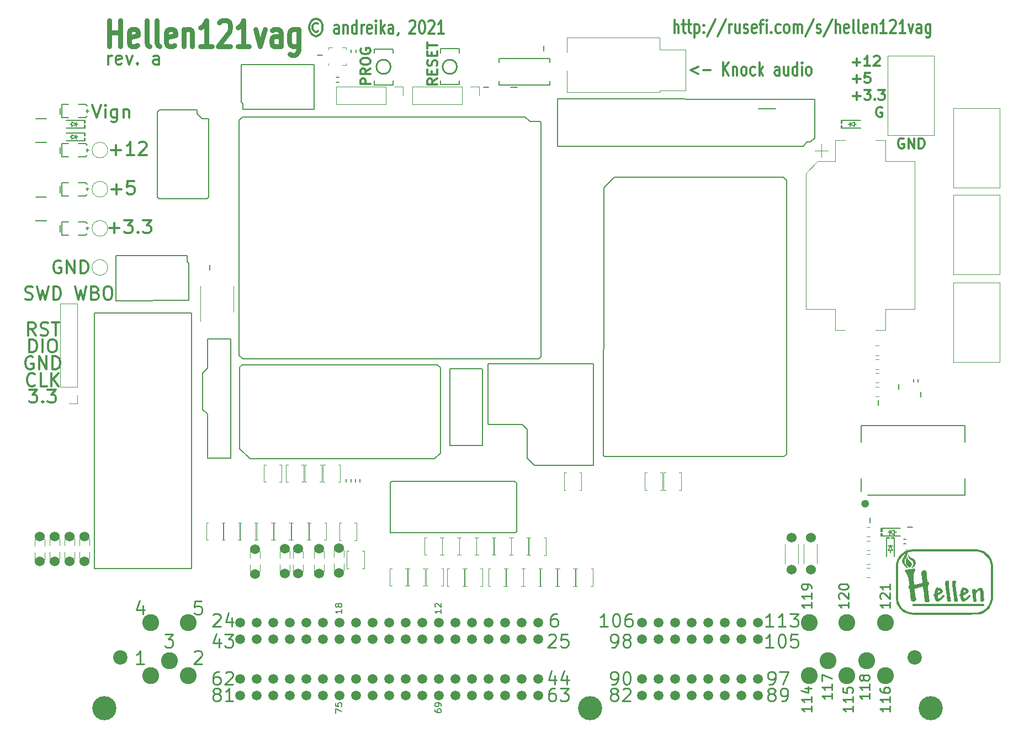
<source format=gto>
G04 #@! TF.GenerationSoftware,KiCad,Pcbnew,(5.99.0-10192-g8d0191151d)*
G04 #@! TF.CreationDate,2021-04-27T22:24:30+03:00*
G04 #@! TF.ProjectId,hellen121vag,68656c6c-656e-4313-9231-7661672e6b69,a*
G04 #@! TF.SameCoordinates,PX2b953a0PY6943058*
G04 #@! TF.FileFunction,Legend,Top*
G04 #@! TF.FilePolarity,Positive*
%FSLAX46Y46*%
G04 Gerber Fmt 4.6, Leading zero omitted, Abs format (unit mm)*
G04 Created by KiCad (PCBNEW (5.99.0-10192-g8d0191151d)) date 2021-04-27 22:24:30*
%MOMM*%
%LPD*%
G01*
G04 APERTURE LIST*
%ADD10C,0.250000*%
%ADD11C,0.300000*%
%ADD12C,0.304800*%
%ADD13C,0.750000*%
%ADD14C,0.200000*%
%ADD15C,0.150000*%
%ADD16C,0.616000*%
%ADD17C,0.203200*%
%ADD18C,0.120000*%
%ADD19C,0.099060*%
%ADD20C,0.254000*%
%ADD21C,0.170000*%
%ADD22C,3.700000*%
%ADD23C,2.200000*%
%ADD24C,2.600000*%
%ADD25C,1.500000*%
%ADD26C,1.524000*%
G04 APERTURE END LIST*
D10*
X95841666Y18030239D02*
X94698809Y18030239D01*
X95270238Y18030239D02*
X95270238Y20030239D01*
X95079761Y19744524D01*
X94889285Y19554048D01*
X94698809Y19458810D01*
X97079761Y20030239D02*
X97270238Y20030239D01*
X97460714Y19935000D01*
X97555952Y19839762D01*
X97651190Y19649286D01*
X97746428Y19268334D01*
X97746428Y18792143D01*
X97651190Y18411191D01*
X97555952Y18220715D01*
X97460714Y18125477D01*
X97270238Y18030239D01*
X97079761Y18030239D01*
X96889285Y18125477D01*
X96794047Y18220715D01*
X96698809Y18411191D01*
X96603571Y18792143D01*
X96603571Y19268334D01*
X96698809Y19649286D01*
X96794047Y19839762D01*
X96889285Y19935000D01*
X97079761Y20030239D01*
X99460714Y20030239D02*
X99079761Y20030239D01*
X98889285Y19935000D01*
X98794047Y19839762D01*
X98603571Y19554048D01*
X98508333Y19173096D01*
X98508333Y18411191D01*
X98603571Y18220715D01*
X98698809Y18125477D01*
X98889285Y18030239D01*
X99270238Y18030239D01*
X99460714Y18125477D01*
X99555952Y18220715D01*
X99651190Y18411191D01*
X99651190Y18887381D01*
X99555952Y19077858D01*
X99460714Y19173096D01*
X99270238Y19268334D01*
X98889285Y19268334D01*
X98698809Y19173096D01*
X98603571Y19077858D01*
X98508333Y18887381D01*
X24530952Y21268572D02*
X24530952Y19935239D01*
X24054761Y22030477D02*
X23578571Y20601905D01*
X24816666Y20601905D01*
X33516190Y21935239D02*
X32563809Y21935239D01*
X32468571Y20982858D01*
X32563809Y21078096D01*
X32754285Y21173334D01*
X33230476Y21173334D01*
X33420952Y21078096D01*
X33516190Y20982858D01*
X33611428Y20792381D01*
X33611428Y20316191D01*
X33516190Y20125715D01*
X33420952Y20030477D01*
X33230476Y19935239D01*
X32754285Y19935239D01*
X32563809Y20030477D01*
X32468571Y20125715D01*
X32468571Y14124762D02*
X32563809Y14220000D01*
X32754285Y14315239D01*
X33230476Y14315239D01*
X33420952Y14220000D01*
X33516190Y14124762D01*
X33611428Y13934286D01*
X33611428Y13743810D01*
X33516190Y13458096D01*
X32373333Y12315239D01*
X33611428Y12315239D01*
D11*
X19419142Y79136143D02*
X20942952Y79136143D01*
X20181047Y78374239D02*
X20181047Y79898048D01*
X21704857Y80374239D02*
X22942952Y80374239D01*
X22276285Y79612334D01*
X22562000Y79612334D01*
X22752476Y79517096D01*
X22847714Y79421858D01*
X22942952Y79231381D01*
X22942952Y78755191D01*
X22847714Y78564715D01*
X22752476Y78469477D01*
X22562000Y78374239D01*
X21990571Y78374239D01*
X21800095Y78469477D01*
X21704857Y78564715D01*
X23800095Y78564715D02*
X23895333Y78469477D01*
X23800095Y78374239D01*
X23704857Y78469477D01*
X23800095Y78564715D01*
X23800095Y78374239D01*
X24562000Y80374239D02*
X25800095Y80374239D01*
X25133428Y79612334D01*
X25419142Y79612334D01*
X25609619Y79517096D01*
X25704857Y79421858D01*
X25800095Y79231381D01*
X25800095Y78755191D01*
X25704857Y78564715D01*
X25609619Y78469477D01*
X25419142Y78374239D01*
X24847714Y78374239D01*
X24657238Y78469477D01*
X24562000Y78564715D01*
D12*
X106069428Y109080762D02*
X106069428Y111112761D01*
X106722571Y109080762D02*
X106722571Y110145143D01*
X106650000Y110338667D01*
X106504857Y110435428D01*
X106287142Y110435428D01*
X106142000Y110338667D01*
X106069428Y110241905D01*
X107230571Y110435428D02*
X107811142Y110435428D01*
X107448285Y111112761D02*
X107448285Y109371048D01*
X107520857Y109177524D01*
X107666000Y109080762D01*
X107811142Y109080762D01*
X108101428Y110435428D02*
X108682000Y110435428D01*
X108319142Y111112761D02*
X108319142Y109371048D01*
X108391714Y109177524D01*
X108536857Y109080762D01*
X108682000Y109080762D01*
X109190000Y110435428D02*
X109190000Y108403429D01*
X109190000Y110338667D02*
X109335142Y110435428D01*
X109625428Y110435428D01*
X109770571Y110338667D01*
X109843142Y110241905D01*
X109915714Y110048381D01*
X109915714Y109467810D01*
X109843142Y109274286D01*
X109770571Y109177524D01*
X109625428Y109080762D01*
X109335142Y109080762D01*
X109190000Y109177524D01*
X110568857Y109274286D02*
X110641428Y109177524D01*
X110568857Y109080762D01*
X110496285Y109177524D01*
X110568857Y109274286D01*
X110568857Y109080762D01*
X110568857Y110338667D02*
X110641428Y110241905D01*
X110568857Y110145143D01*
X110496285Y110241905D01*
X110568857Y110338667D01*
X110568857Y110145143D01*
X112383142Y111209523D02*
X111076857Y108596953D01*
X113979714Y111209523D02*
X112673428Y108596953D01*
X114487714Y109080762D02*
X114487714Y110435428D01*
X114487714Y110048381D02*
X114560285Y110241905D01*
X114632857Y110338667D01*
X114778000Y110435428D01*
X114923142Y110435428D01*
X116084285Y110435428D02*
X116084285Y109080762D01*
X115431142Y110435428D02*
X115431142Y109371048D01*
X115503714Y109177524D01*
X115648857Y109080762D01*
X115866571Y109080762D01*
X116011714Y109177524D01*
X116084285Y109274286D01*
X116737428Y109177524D02*
X116882571Y109080762D01*
X117172857Y109080762D01*
X117318000Y109177524D01*
X117390571Y109371048D01*
X117390571Y109467810D01*
X117318000Y109661334D01*
X117172857Y109758096D01*
X116955142Y109758096D01*
X116810000Y109854858D01*
X116737428Y110048381D01*
X116737428Y110145143D01*
X116810000Y110338667D01*
X116955142Y110435428D01*
X117172857Y110435428D01*
X117318000Y110338667D01*
X118624285Y109177524D02*
X118479142Y109080762D01*
X118188857Y109080762D01*
X118043714Y109177524D01*
X117971142Y109371048D01*
X117971142Y110145143D01*
X118043714Y110338667D01*
X118188857Y110435428D01*
X118479142Y110435428D01*
X118624285Y110338667D01*
X118696857Y110145143D01*
X118696857Y109951620D01*
X117971142Y109758096D01*
X119132285Y110435428D02*
X119712857Y110435428D01*
X119350000Y109080762D02*
X119350000Y110822476D01*
X119422571Y111016000D01*
X119567714Y111112761D01*
X119712857Y111112761D01*
X120220857Y109080762D02*
X120220857Y110435428D01*
X120220857Y111112761D02*
X120148285Y111016000D01*
X120220857Y110919238D01*
X120293428Y111016000D01*
X120220857Y111112761D01*
X120220857Y110919238D01*
X120946571Y109274286D02*
X121019142Y109177524D01*
X120946571Y109080762D01*
X120874000Y109177524D01*
X120946571Y109274286D01*
X120946571Y109080762D01*
X122325428Y109177524D02*
X122180285Y109080762D01*
X121890000Y109080762D01*
X121744857Y109177524D01*
X121672285Y109274286D01*
X121599714Y109467810D01*
X121599714Y110048381D01*
X121672285Y110241905D01*
X121744857Y110338667D01*
X121890000Y110435428D01*
X122180285Y110435428D01*
X122325428Y110338667D01*
X123196285Y109080762D02*
X123051142Y109177524D01*
X122978571Y109274286D01*
X122906000Y109467810D01*
X122906000Y110048381D01*
X122978571Y110241905D01*
X123051142Y110338667D01*
X123196285Y110435428D01*
X123414000Y110435428D01*
X123559142Y110338667D01*
X123631714Y110241905D01*
X123704285Y110048381D01*
X123704285Y109467810D01*
X123631714Y109274286D01*
X123559142Y109177524D01*
X123414000Y109080762D01*
X123196285Y109080762D01*
X124357428Y109080762D02*
X124357428Y110435428D01*
X124357428Y110241905D02*
X124430000Y110338667D01*
X124575142Y110435428D01*
X124792857Y110435428D01*
X124938000Y110338667D01*
X125010571Y110145143D01*
X125010571Y109080762D01*
X125010571Y110145143D02*
X125083142Y110338667D01*
X125228285Y110435428D01*
X125446000Y110435428D01*
X125591142Y110338667D01*
X125663714Y110145143D01*
X125663714Y109080762D01*
X127478000Y111209523D02*
X126171714Y108596953D01*
X127913428Y109177524D02*
X128058571Y109080762D01*
X128348857Y109080762D01*
X128494000Y109177524D01*
X128566571Y109371048D01*
X128566571Y109467810D01*
X128494000Y109661334D01*
X128348857Y109758096D01*
X128131142Y109758096D01*
X127986000Y109854858D01*
X127913428Y110048381D01*
X127913428Y110145143D01*
X127986000Y110338667D01*
X128131142Y110435428D01*
X128348857Y110435428D01*
X128494000Y110338667D01*
X130308285Y111209523D02*
X129002000Y108596953D01*
X130816285Y109080762D02*
X130816285Y111112761D01*
X131469428Y109080762D02*
X131469428Y110145143D01*
X131396857Y110338667D01*
X131251714Y110435428D01*
X131034000Y110435428D01*
X130888857Y110338667D01*
X130816285Y110241905D01*
X132775714Y109177524D02*
X132630571Y109080762D01*
X132340285Y109080762D01*
X132195142Y109177524D01*
X132122571Y109371048D01*
X132122571Y110145143D01*
X132195142Y110338667D01*
X132340285Y110435428D01*
X132630571Y110435428D01*
X132775714Y110338667D01*
X132848285Y110145143D01*
X132848285Y109951620D01*
X132122571Y109758096D01*
X133719142Y109080762D02*
X133574000Y109177524D01*
X133501428Y109371048D01*
X133501428Y111112761D01*
X134517428Y109080762D02*
X134372285Y109177524D01*
X134299714Y109371048D01*
X134299714Y111112761D01*
X135678571Y109177524D02*
X135533428Y109080762D01*
X135243142Y109080762D01*
X135098000Y109177524D01*
X135025428Y109371048D01*
X135025428Y110145143D01*
X135098000Y110338667D01*
X135243142Y110435428D01*
X135533428Y110435428D01*
X135678571Y110338667D01*
X135751142Y110145143D01*
X135751142Y109951620D01*
X135025428Y109758096D01*
X136404285Y110435428D02*
X136404285Y109080762D01*
X136404285Y110241905D02*
X136476857Y110338667D01*
X136622000Y110435428D01*
X136839714Y110435428D01*
X136984857Y110338667D01*
X137057428Y110145143D01*
X137057428Y109080762D01*
X138581428Y109080762D02*
X137710571Y109080762D01*
X138146000Y109080762D02*
X138146000Y111112761D01*
X138000857Y110822476D01*
X137855714Y110628952D01*
X137710571Y110532190D01*
X139162000Y110919238D02*
X139234571Y111016000D01*
X139379714Y111112761D01*
X139742571Y111112761D01*
X139887714Y111016000D01*
X139960285Y110919238D01*
X140032857Y110725714D01*
X140032857Y110532190D01*
X139960285Y110241905D01*
X139089428Y109080762D01*
X140032857Y109080762D01*
X141484285Y109080762D02*
X140613428Y109080762D01*
X141048857Y109080762D02*
X141048857Y111112761D01*
X140903714Y110822476D01*
X140758571Y110628952D01*
X140613428Y110532190D01*
X141992285Y110435428D02*
X142355142Y109080762D01*
X142718000Y110435428D01*
X143951714Y109080762D02*
X143951714Y110145143D01*
X143879142Y110338667D01*
X143734000Y110435428D01*
X143443714Y110435428D01*
X143298571Y110338667D01*
X143951714Y109177524D02*
X143806571Y109080762D01*
X143443714Y109080762D01*
X143298571Y109177524D01*
X143226000Y109371048D01*
X143226000Y109564572D01*
X143298571Y109758096D01*
X143443714Y109854858D01*
X143806571Y109854858D01*
X143951714Y109951620D01*
X145330571Y110435428D02*
X145330571Y108790477D01*
X145258000Y108596953D01*
X145185428Y108500191D01*
X145040285Y108403429D01*
X144822571Y108403429D01*
X144677428Y108500191D01*
X145330571Y109177524D02*
X145185428Y109080762D01*
X144895142Y109080762D01*
X144750000Y109177524D01*
X144677428Y109274286D01*
X144604857Y109467810D01*
X144604857Y110048381D01*
X144677428Y110241905D01*
X144750000Y110338667D01*
X144895142Y110435428D01*
X145185428Y110435428D01*
X145330571Y110338667D01*
D10*
X130238571Y7775000D02*
X130238571Y6917858D01*
X130238571Y7346429D02*
X128738571Y7346429D01*
X128952857Y7203572D01*
X129095714Y7060715D01*
X129167142Y6917858D01*
X130238571Y9203572D02*
X130238571Y8346429D01*
X130238571Y8775000D02*
X128738571Y8775000D01*
X128952857Y8632143D01*
X129095714Y8489286D01*
X129167142Y8346429D01*
X128738571Y9703572D02*
X128738571Y10703572D01*
X130238571Y10060715D01*
X139128571Y21745000D02*
X139128571Y20887858D01*
X139128571Y21316429D02*
X137628571Y21316429D01*
X137842857Y21173572D01*
X137985714Y21030715D01*
X138057142Y20887858D01*
X137771428Y22316429D02*
X137700000Y22387858D01*
X137628571Y22530715D01*
X137628571Y22887858D01*
X137700000Y23030715D01*
X137771428Y23102143D01*
X137914285Y23173572D01*
X138057142Y23173572D01*
X138271428Y23102143D01*
X139128571Y22245000D01*
X139128571Y23173572D01*
X139128571Y24602143D02*
X139128571Y23745000D01*
X139128571Y24173572D02*
X137628571Y24173572D01*
X137842857Y24030715D01*
X137985714Y23887858D01*
X138057142Y23745000D01*
D12*
X133428000Y104611143D02*
X134589142Y104611143D01*
X134008571Y104030572D02*
X134008571Y105191715D01*
X136113142Y104030572D02*
X135242285Y104030572D01*
X135677714Y104030572D02*
X135677714Y105554572D01*
X135532571Y105336858D01*
X135387428Y105191715D01*
X135242285Y105119143D01*
X136693714Y105409429D02*
X136766285Y105482000D01*
X136911428Y105554572D01*
X137274285Y105554572D01*
X137419428Y105482000D01*
X137492000Y105409429D01*
X137564571Y105264286D01*
X137564571Y105119143D01*
X137492000Y104901429D01*
X136621142Y104030572D01*
X137564571Y104030572D01*
D13*
X19412000Y107019477D02*
X19412000Y111019476D01*
X19412000Y109114715D02*
X21126285Y109114715D01*
X21126285Y107019477D02*
X21126285Y111019476D01*
X23697714Y107209953D02*
X23412000Y107019477D01*
X22840571Y107019477D01*
X22554857Y107209953D01*
X22412000Y107590905D01*
X22412000Y109114715D01*
X22554857Y109495667D01*
X22840571Y109686143D01*
X23412000Y109686143D01*
X23697714Y109495667D01*
X23840571Y109114715D01*
X23840571Y108733762D01*
X22412000Y108352810D01*
X25554857Y107019477D02*
X25269142Y107209953D01*
X25126285Y107590905D01*
X25126285Y111019476D01*
X27126285Y107019477D02*
X26840571Y107209953D01*
X26697714Y107590905D01*
X26697714Y111019476D01*
X29412000Y107209953D02*
X29126285Y107019477D01*
X28554857Y107019477D01*
X28269142Y107209953D01*
X28126285Y107590905D01*
X28126285Y109114715D01*
X28269142Y109495667D01*
X28554857Y109686143D01*
X29126285Y109686143D01*
X29412000Y109495667D01*
X29554857Y109114715D01*
X29554857Y108733762D01*
X28126285Y108352810D01*
X30840571Y109686143D02*
X30840571Y107019477D01*
X30840571Y109305191D02*
X30983428Y109495667D01*
X31269142Y109686143D01*
X31697714Y109686143D01*
X31983428Y109495667D01*
X32126285Y109114715D01*
X32126285Y107019477D01*
X35126285Y107019477D02*
X33412000Y107019477D01*
X34269142Y107019477D02*
X34269142Y111019476D01*
X33983428Y110448047D01*
X33697714Y110067096D01*
X33412000Y109876620D01*
X36269142Y110638523D02*
X36412000Y110829000D01*
X36697714Y111019476D01*
X37412000Y111019476D01*
X37697714Y110829000D01*
X37840571Y110638523D01*
X37983428Y110257572D01*
X37983428Y109876620D01*
X37840571Y109305191D01*
X36126285Y107019477D01*
X37983428Y107019477D01*
X40840571Y107019477D02*
X39126285Y107019477D01*
X39983428Y107019477D02*
X39983428Y111019476D01*
X39697714Y110448047D01*
X39412000Y110067096D01*
X39126285Y109876620D01*
X41840571Y109686143D02*
X42554857Y107019477D01*
X43269142Y109686143D01*
X45697714Y107019477D02*
X45697714Y109114715D01*
X45554857Y109495667D01*
X45269142Y109686143D01*
X44697714Y109686143D01*
X44412000Y109495667D01*
X45697714Y107209953D02*
X45412000Y107019477D01*
X44697714Y107019477D01*
X44412000Y107209953D01*
X44269142Y107590905D01*
X44269142Y107971858D01*
X44412000Y108352810D01*
X44697714Y108543286D01*
X45412000Y108543286D01*
X45697714Y108733762D01*
X48412000Y109686143D02*
X48412000Y106448048D01*
X48269142Y106067096D01*
X48126285Y105876620D01*
X47840571Y105686143D01*
X47412000Y105686143D01*
X47126285Y105876620D01*
X48412000Y107209953D02*
X48126285Y107019477D01*
X47554857Y107019477D01*
X47269142Y107209953D01*
X47126285Y107400429D01*
X46983428Y107781381D01*
X46983428Y108924239D01*
X47126285Y109305191D01*
X47269142Y109495667D01*
X47554857Y109686143D01*
X48126285Y109686143D01*
X48412000Y109495667D01*
D14*
X54082380Y4790477D02*
X54082380Y5457143D01*
X55082380Y5028572D01*
X54082380Y6314286D02*
X54082380Y5838096D01*
X54558571Y5790477D01*
X54510952Y5838096D01*
X54463333Y5933334D01*
X54463333Y6171429D01*
X54510952Y6266667D01*
X54558571Y6314286D01*
X54653809Y6361905D01*
X54891904Y6361905D01*
X54987142Y6314286D01*
X55034761Y6266667D01*
X55082380Y6171429D01*
X55082380Y5933334D01*
X55034761Y5838096D01*
X54987142Y5790477D01*
D11*
X19695333Y91136143D02*
X21219142Y91136143D01*
X20457238Y90374239D02*
X20457238Y91898048D01*
X23219142Y90374239D02*
X22076285Y90374239D01*
X22647714Y90374239D02*
X22647714Y92374239D01*
X22457238Y92088524D01*
X22266761Y91898048D01*
X22076285Y91802810D01*
X23981047Y92183762D02*
X24076285Y92279000D01*
X24266761Y92374239D01*
X24742952Y92374239D01*
X24933428Y92279000D01*
X25028666Y92183762D01*
X25123904Y91993286D01*
X25123904Y91802810D01*
X25028666Y91517096D01*
X23885809Y90374239D01*
X25123904Y90374239D01*
D14*
X69322380Y5314286D02*
X69322380Y5123810D01*
X69370000Y5028572D01*
X69417619Y4980953D01*
X69560476Y4885715D01*
X69750952Y4838096D01*
X70131904Y4838096D01*
X70227142Y4885715D01*
X70274761Y4933334D01*
X70322380Y5028572D01*
X70322380Y5219048D01*
X70274761Y5314286D01*
X70227142Y5361905D01*
X70131904Y5409524D01*
X69893809Y5409524D01*
X69798571Y5361905D01*
X69750952Y5314286D01*
X69703333Y5219048D01*
X69703333Y5028572D01*
X69750952Y4933334D01*
X69798571Y4885715D01*
X69893809Y4838096D01*
X70322380Y5885715D02*
X70322380Y6076191D01*
X70274761Y6171429D01*
X70227142Y6219048D01*
X70084285Y6314286D01*
X69893809Y6361905D01*
X69512857Y6361905D01*
X69417619Y6314286D01*
X69370000Y6266667D01*
X69322380Y6171429D01*
X69322380Y5980953D01*
X69370000Y5885715D01*
X69417619Y5838096D01*
X69512857Y5790477D01*
X69750952Y5790477D01*
X69846190Y5838096D01*
X69893809Y5885715D01*
X69941428Y5980953D01*
X69941428Y6171429D01*
X69893809Y6266667D01*
X69846190Y6314286D01*
X69750952Y6361905D01*
D10*
X86761190Y16664762D02*
X86856428Y16760000D01*
X87046904Y16855239D01*
X87523095Y16855239D01*
X87713571Y16760000D01*
X87808809Y16664762D01*
X87904047Y16474286D01*
X87904047Y16283810D01*
X87808809Y15998096D01*
X86665952Y14855239D01*
X87904047Y14855239D01*
X89713571Y16855239D02*
X88761190Y16855239D01*
X88665952Y15902858D01*
X88761190Y15998096D01*
X88951666Y16093334D01*
X89427857Y16093334D01*
X89618333Y15998096D01*
X89713571Y15902858D01*
X89808809Y15712381D01*
X89808809Y15236191D01*
X89713571Y15045715D01*
X89618333Y14950477D01*
X89427857Y14855239D01*
X88951666Y14855239D01*
X88761190Y14950477D01*
X88665952Y15045715D01*
X133413571Y5870000D02*
X133413571Y5012858D01*
X133413571Y5441429D02*
X131913571Y5441429D01*
X132127857Y5298572D01*
X132270714Y5155715D01*
X132342142Y5012858D01*
X133413571Y7298572D02*
X133413571Y6441429D01*
X133413571Y6870000D02*
X131913571Y6870000D01*
X132127857Y6727143D01*
X132270714Y6584286D01*
X132342142Y6441429D01*
X131913571Y8655715D02*
X131913571Y7941429D01*
X132627857Y7870000D01*
X132556428Y7941429D01*
X132485000Y8084286D01*
X132485000Y8441429D01*
X132556428Y8584286D01*
X132627857Y8655715D01*
X132770714Y8727143D01*
X133127857Y8727143D01*
X133270714Y8655715D01*
X133342142Y8584286D01*
X133413571Y8441429D01*
X133413571Y8084286D01*
X133342142Y7941429D01*
X133270714Y7870000D01*
X36278571Y16188572D02*
X36278571Y14855239D01*
X35802380Y16950477D02*
X35326190Y15521905D01*
X36564285Y15521905D01*
X37135714Y16855239D02*
X38373809Y16855239D01*
X37707142Y16093334D01*
X37992857Y16093334D01*
X38183333Y15998096D01*
X38278571Y15902858D01*
X38373809Y15712381D01*
X38373809Y15236191D01*
X38278571Y15045715D01*
X38183333Y14950477D01*
X37992857Y14855239D01*
X37421428Y14855239D01*
X37230952Y14950477D01*
X37135714Y15045715D01*
D12*
X141238857Y92862000D02*
X141093714Y92934572D01*
X140876000Y92934572D01*
X140658285Y92862000D01*
X140513142Y92716858D01*
X140440571Y92571715D01*
X140368000Y92281429D01*
X140368000Y92063715D01*
X140440571Y91773429D01*
X140513142Y91628286D01*
X140658285Y91483143D01*
X140876000Y91410572D01*
X141021142Y91410572D01*
X141238857Y91483143D01*
X141311428Y91555715D01*
X141311428Y92063715D01*
X141021142Y92063715D01*
X141964571Y91410572D02*
X141964571Y92934572D01*
X142835428Y91410572D01*
X142835428Y92934572D01*
X143561142Y91410572D02*
X143561142Y92934572D01*
X143924000Y92934572D01*
X144141714Y92862000D01*
X144286857Y92716858D01*
X144359428Y92571715D01*
X144432000Y92281429D01*
X144432000Y92063715D01*
X144359428Y91773429D01*
X144286857Y91628286D01*
X144141714Y91483143D01*
X143924000Y91410572D01*
X143561142Y91410572D01*
D14*
X55082380Y20649524D02*
X55082380Y20078096D01*
X55082380Y20363810D02*
X54082380Y20363810D01*
X54225238Y20268572D01*
X54320476Y20173334D01*
X54368095Y20078096D01*
X54510952Y21220953D02*
X54463333Y21125715D01*
X54415714Y21078096D01*
X54320476Y21030477D01*
X54272857Y21030477D01*
X54177619Y21078096D01*
X54130000Y21125715D01*
X54082380Y21220953D01*
X54082380Y21411429D01*
X54130000Y21506667D01*
X54177619Y21554286D01*
X54272857Y21601905D01*
X54320476Y21601905D01*
X54415714Y21554286D01*
X54463333Y21506667D01*
X54510952Y21411429D01*
X54510952Y21220953D01*
X54558571Y21125715D01*
X54606190Y21078096D01*
X54701428Y21030477D01*
X54891904Y21030477D01*
X54987142Y21078096D01*
X55034761Y21125715D01*
X55082380Y21220953D01*
X55082380Y21411429D01*
X55034761Y21506667D01*
X54987142Y21554286D01*
X54891904Y21601905D01*
X54701428Y21601905D01*
X54606190Y21554286D01*
X54558571Y21506667D01*
X54510952Y21411429D01*
D11*
X7152380Y60095239D02*
X7152380Y62095239D01*
X7628571Y62095239D01*
X7914285Y62000000D01*
X8104761Y61809524D01*
X8200000Y61619048D01*
X8295238Y61238096D01*
X8295238Y60952381D01*
X8200000Y60571429D01*
X8104761Y60380953D01*
X7914285Y60190477D01*
X7628571Y60095239D01*
X7152380Y60095239D01*
X9152380Y60095239D02*
X9152380Y62095239D01*
X10485714Y62095239D02*
X10866666Y62095239D01*
X11057142Y62000000D01*
X11247619Y61809524D01*
X11342857Y61428572D01*
X11342857Y60761905D01*
X11247619Y60380953D01*
X11057142Y60190477D01*
X10866666Y60095239D01*
X10485714Y60095239D01*
X10295238Y60190477D01*
X10104761Y60380953D01*
X10009523Y60761905D01*
X10009523Y61428572D01*
X10104761Y61809524D01*
X10295238Y62000000D01*
X10485714Y62095239D01*
D10*
X120606666Y9140239D02*
X120987619Y9140239D01*
X121178095Y9235477D01*
X121273333Y9330715D01*
X121463809Y9616429D01*
X121559047Y9997381D01*
X121559047Y10759286D01*
X121463809Y10949762D01*
X121368571Y11045000D01*
X121178095Y11140239D01*
X120797142Y11140239D01*
X120606666Y11045000D01*
X120511428Y10949762D01*
X120416190Y10759286D01*
X120416190Y10283096D01*
X120511428Y10092620D01*
X120606666Y9997381D01*
X120797142Y9902143D01*
X121178095Y9902143D01*
X121368571Y9997381D01*
X121463809Y10092620D01*
X121559047Y10283096D01*
X122225714Y11140239D02*
X123559047Y11140239D01*
X122701904Y9140239D01*
D11*
X11976190Y74100000D02*
X11785714Y74195239D01*
X11500000Y74195239D01*
X11214285Y74100000D01*
X11023809Y73909524D01*
X10928571Y73719048D01*
X10833333Y73338096D01*
X10833333Y73052381D01*
X10928571Y72671429D01*
X11023809Y72480953D01*
X11214285Y72290477D01*
X11500000Y72195239D01*
X11690476Y72195239D01*
X11976190Y72290477D01*
X12071428Y72385715D01*
X12071428Y73052381D01*
X11690476Y73052381D01*
X12928571Y72195239D02*
X12928571Y74195239D01*
X14071428Y72195239D01*
X14071428Y74195239D01*
X15023809Y72195239D02*
X15023809Y74195239D01*
X15500000Y74195239D01*
X15785714Y74100000D01*
X15976190Y73909524D01*
X16071428Y73719048D01*
X16166666Y73338096D01*
X16166666Y73052381D01*
X16071428Y72671429D01*
X15976190Y72480953D01*
X15785714Y72290477D01*
X15500000Y72195239D01*
X15023809Y72195239D01*
D12*
X69678571Y102086572D02*
X68964285Y101578572D01*
X69678571Y101215715D02*
X68178571Y101215715D01*
X68178571Y101796286D01*
X68250000Y101941429D01*
X68321428Y102014000D01*
X68464285Y102086572D01*
X68678571Y102086572D01*
X68821428Y102014000D01*
X68892857Y101941429D01*
X68964285Y101796286D01*
X68964285Y101215715D01*
X68892857Y102739715D02*
X68892857Y103247715D01*
X69678571Y103465429D02*
X69678571Y102739715D01*
X68178571Y102739715D01*
X68178571Y103465429D01*
X69607142Y104046000D02*
X69678571Y104263715D01*
X69678571Y104626572D01*
X69607142Y104771715D01*
X69535714Y104844286D01*
X69392857Y104916858D01*
X69250000Y104916858D01*
X69107142Y104844286D01*
X69035714Y104771715D01*
X68964285Y104626572D01*
X68892857Y104336286D01*
X68821428Y104191143D01*
X68750000Y104118572D01*
X68607142Y104046000D01*
X68464285Y104046000D01*
X68321428Y104118572D01*
X68250000Y104191143D01*
X68178571Y104336286D01*
X68178571Y104699143D01*
X68250000Y104916858D01*
X68892857Y105570000D02*
X68892857Y106078000D01*
X69678571Y106295715D02*
X69678571Y105570000D01*
X68178571Y105570000D01*
X68178571Y106295715D01*
X68178571Y106731143D02*
X68178571Y107602000D01*
X69678571Y107166572D02*
X68178571Y107166572D01*
D10*
X35326190Y19839762D02*
X35421428Y19935000D01*
X35611904Y20030239D01*
X36088095Y20030239D01*
X36278571Y19935000D01*
X36373809Y19839762D01*
X36469047Y19649286D01*
X36469047Y19458810D01*
X36373809Y19173096D01*
X35230952Y18030239D01*
X36469047Y18030239D01*
X38183333Y19363572D02*
X38183333Y18030239D01*
X37707142Y20125477D02*
X37230952Y18696905D01*
X38469047Y18696905D01*
X96476666Y14855239D02*
X96857619Y14855239D01*
X97048095Y14950477D01*
X97143333Y15045715D01*
X97333809Y15331429D01*
X97429047Y15712381D01*
X97429047Y16474286D01*
X97333809Y16664762D01*
X97238571Y16760000D01*
X97048095Y16855239D01*
X96667142Y16855239D01*
X96476666Y16760000D01*
X96381428Y16664762D01*
X96286190Y16474286D01*
X96286190Y15998096D01*
X96381428Y15807620D01*
X96476666Y15712381D01*
X96667142Y15617143D01*
X97048095Y15617143D01*
X97238571Y15712381D01*
X97333809Y15807620D01*
X97429047Y15998096D01*
X98571904Y15998096D02*
X98381428Y16093334D01*
X98286190Y16188572D01*
X98190952Y16379048D01*
X98190952Y16474286D01*
X98286190Y16664762D01*
X98381428Y16760000D01*
X98571904Y16855239D01*
X98952857Y16855239D01*
X99143333Y16760000D01*
X99238571Y16664762D01*
X99333809Y16474286D01*
X99333809Y16379048D01*
X99238571Y16188572D01*
X99143333Y16093334D01*
X98952857Y15998096D01*
X98571904Y15998096D01*
X98381428Y15902858D01*
X98286190Y15807620D01*
X98190952Y15617143D01*
X98190952Y15236191D01*
X98286190Y15045715D01*
X98381428Y14950477D01*
X98571904Y14855239D01*
X98952857Y14855239D01*
X99143333Y14950477D01*
X99238571Y15045715D01*
X99333809Y15236191D01*
X99333809Y15617143D01*
X99238571Y15807620D01*
X99143333Y15902858D01*
X98952857Y15998096D01*
D12*
X51401142Y110528952D02*
X51256000Y110625714D01*
X50965714Y110625714D01*
X50820571Y110528952D01*
X50675428Y110335429D01*
X50602857Y110141905D01*
X50602857Y109754858D01*
X50675428Y109561334D01*
X50820571Y109367810D01*
X50965714Y109271048D01*
X51256000Y109271048D01*
X51401142Y109367810D01*
X51110857Y111303047D02*
X50748000Y111206285D01*
X50385142Y110916000D01*
X50167428Y110432190D01*
X50094857Y109948381D01*
X50167428Y109464572D01*
X50385142Y108980762D01*
X50748000Y108690477D01*
X51110857Y108593715D01*
X51473714Y108690477D01*
X51836571Y108980762D01*
X52054285Y109464572D01*
X52126857Y109948381D01*
X52054285Y110432190D01*
X51836571Y110916000D01*
X51473714Y111206285D01*
X51110857Y111303047D01*
X54594285Y108980762D02*
X54594285Y110045143D01*
X54521714Y110238667D01*
X54376571Y110335429D01*
X54086285Y110335429D01*
X53941142Y110238667D01*
X54594285Y109077524D02*
X54449142Y108980762D01*
X54086285Y108980762D01*
X53941142Y109077524D01*
X53868571Y109271048D01*
X53868571Y109464572D01*
X53941142Y109658096D01*
X54086285Y109754858D01*
X54449142Y109754858D01*
X54594285Y109851620D01*
X55320000Y110335429D02*
X55320000Y108980762D01*
X55320000Y110141905D02*
X55392571Y110238667D01*
X55537714Y110335429D01*
X55755428Y110335429D01*
X55900571Y110238667D01*
X55973142Y110045143D01*
X55973142Y108980762D01*
X57352000Y108980762D02*
X57352000Y111012761D01*
X57352000Y109077524D02*
X57206857Y108980762D01*
X56916571Y108980762D01*
X56771428Y109077524D01*
X56698857Y109174286D01*
X56626285Y109367810D01*
X56626285Y109948381D01*
X56698857Y110141905D01*
X56771428Y110238667D01*
X56916571Y110335429D01*
X57206857Y110335429D01*
X57352000Y110238667D01*
X58077714Y108980762D02*
X58077714Y110335429D01*
X58077714Y109948381D02*
X58150285Y110141905D01*
X58222857Y110238667D01*
X58368000Y110335429D01*
X58513142Y110335429D01*
X59601714Y109077524D02*
X59456571Y108980762D01*
X59166285Y108980762D01*
X59021142Y109077524D01*
X58948571Y109271048D01*
X58948571Y110045143D01*
X59021142Y110238667D01*
X59166285Y110335429D01*
X59456571Y110335429D01*
X59601714Y110238667D01*
X59674285Y110045143D01*
X59674285Y109851620D01*
X58948571Y109658096D01*
X60327428Y108980762D02*
X60327428Y110335429D01*
X60327428Y111012761D02*
X60254857Y110916000D01*
X60327428Y110819238D01*
X60400000Y110916000D01*
X60327428Y111012761D01*
X60327428Y110819238D01*
X61053142Y108980762D02*
X61053142Y111012761D01*
X61198285Y109754858D02*
X61633714Y108980762D01*
X61633714Y110335429D02*
X61053142Y109561334D01*
X62940000Y108980762D02*
X62940000Y110045143D01*
X62867428Y110238667D01*
X62722285Y110335429D01*
X62432000Y110335429D01*
X62286857Y110238667D01*
X62940000Y109077524D02*
X62794857Y108980762D01*
X62432000Y108980762D01*
X62286857Y109077524D01*
X62214285Y109271048D01*
X62214285Y109464572D01*
X62286857Y109658096D01*
X62432000Y109754858D01*
X62794857Y109754858D01*
X62940000Y109851620D01*
X63738285Y109077524D02*
X63738285Y108980762D01*
X63665714Y108787239D01*
X63593142Y108690477D01*
X65480000Y110819238D02*
X65552571Y110916000D01*
X65697714Y111012761D01*
X66060571Y111012761D01*
X66205714Y110916000D01*
X66278285Y110819238D01*
X66350857Y110625714D01*
X66350857Y110432190D01*
X66278285Y110141905D01*
X65407428Y108980762D01*
X66350857Y108980762D01*
X67294285Y111012761D02*
X67439428Y111012761D01*
X67584571Y110916000D01*
X67657142Y110819238D01*
X67729714Y110625714D01*
X67802285Y110238667D01*
X67802285Y109754858D01*
X67729714Y109367810D01*
X67657142Y109174286D01*
X67584571Y109077524D01*
X67439428Y108980762D01*
X67294285Y108980762D01*
X67149142Y109077524D01*
X67076571Y109174286D01*
X67004000Y109367810D01*
X66931428Y109754858D01*
X66931428Y110238667D01*
X67004000Y110625714D01*
X67076571Y110819238D01*
X67149142Y110916000D01*
X67294285Y111012761D01*
X68382857Y110819238D02*
X68455428Y110916000D01*
X68600571Y111012761D01*
X68963428Y111012761D01*
X69108571Y110916000D01*
X69181142Y110819238D01*
X69253714Y110625714D01*
X69253714Y110432190D01*
X69181142Y110141905D01*
X68310285Y108980762D01*
X69253714Y108980762D01*
X70705142Y108980762D02*
X69834285Y108980762D01*
X70269714Y108980762D02*
X70269714Y111012761D01*
X70124571Y110722476D01*
X69979428Y110528952D01*
X69834285Y110432190D01*
D10*
X135953571Y7775000D02*
X135953571Y6917858D01*
X135953571Y7346429D02*
X134453571Y7346429D01*
X134667857Y7203572D01*
X134810714Y7060715D01*
X134882142Y6917858D01*
X135953571Y9203572D02*
X135953571Y8346429D01*
X135953571Y8775000D02*
X134453571Y8775000D01*
X134667857Y8632143D01*
X134810714Y8489286D01*
X134882142Y8346429D01*
X135096428Y10060715D02*
X135025000Y9917858D01*
X134953571Y9846429D01*
X134810714Y9775000D01*
X134739285Y9775000D01*
X134596428Y9846429D01*
X134525000Y9917858D01*
X134453571Y10060715D01*
X134453571Y10346429D01*
X134525000Y10489286D01*
X134596428Y10560715D01*
X134739285Y10632143D01*
X134810714Y10632143D01*
X134953571Y10560715D01*
X135025000Y10489286D01*
X135096428Y10346429D01*
X135096428Y10060715D01*
X135167857Y9917858D01*
X135239285Y9846429D01*
X135382142Y9775000D01*
X135667857Y9775000D01*
X135810714Y9846429D01*
X135882142Y9917858D01*
X135953571Y10060715D01*
X135953571Y10346429D01*
X135882142Y10489286D01*
X135810714Y10560715D01*
X135667857Y10632143D01*
X135382142Y10632143D01*
X135239285Y10560715D01*
X135167857Y10489286D01*
X135096428Y10346429D01*
D11*
X6533333Y68290477D02*
X6819047Y68195239D01*
X7295238Y68195239D01*
X7485714Y68290477D01*
X7580952Y68385715D01*
X7676190Y68576191D01*
X7676190Y68766667D01*
X7580952Y68957143D01*
X7485714Y69052381D01*
X7295238Y69147620D01*
X6914285Y69242858D01*
X6723809Y69338096D01*
X6628571Y69433334D01*
X6533333Y69623810D01*
X6533333Y69814286D01*
X6628571Y70004762D01*
X6723809Y70100000D01*
X6914285Y70195239D01*
X7390476Y70195239D01*
X7676190Y70100000D01*
X8342857Y70195239D02*
X8819047Y68195239D01*
X9200000Y69623810D01*
X9580952Y68195239D01*
X10057142Y70195239D01*
X10819047Y68195239D02*
X10819047Y70195239D01*
X11295238Y70195239D01*
X11580952Y70100000D01*
X11771428Y69909524D01*
X11866666Y69719048D01*
X11961904Y69338096D01*
X11961904Y69052381D01*
X11866666Y68671429D01*
X11771428Y68480953D01*
X11580952Y68290477D01*
X11295238Y68195239D01*
X10819047Y68195239D01*
X14152380Y70195239D02*
X14628571Y68195239D01*
X15009523Y69623810D01*
X15390476Y68195239D01*
X15866666Y70195239D01*
X17295238Y69242858D02*
X17580952Y69147620D01*
X17676190Y69052381D01*
X17771428Y68861905D01*
X17771428Y68576191D01*
X17676190Y68385715D01*
X17580952Y68290477D01*
X17390476Y68195239D01*
X16628571Y68195239D01*
X16628571Y70195239D01*
X17295238Y70195239D01*
X17485714Y70100000D01*
X17580952Y70004762D01*
X17676190Y69814286D01*
X17676190Y69623810D01*
X17580952Y69433334D01*
X17485714Y69338096D01*
X17295238Y69242858D01*
X16628571Y69242858D01*
X19009523Y70195239D02*
X19390476Y70195239D01*
X19580952Y70100000D01*
X19771428Y69909524D01*
X19866666Y69528572D01*
X19866666Y68861905D01*
X19771428Y68480953D01*
X19580952Y68290477D01*
X19390476Y68195239D01*
X19009523Y68195239D01*
X18819047Y68290477D01*
X18628571Y68480953D01*
X18533333Y68861905D01*
X18533333Y69528572D01*
X18628571Y69909524D01*
X18819047Y70100000D01*
X19009523Y70195239D01*
D12*
X59428069Y101246909D02*
X57928069Y101246909D01*
X57928069Y101827480D01*
X57999498Y101972623D01*
X58070926Y102045195D01*
X58213783Y102117766D01*
X58428069Y102117766D01*
X58570926Y102045195D01*
X58642355Y101972623D01*
X58713783Y101827480D01*
X58713783Y101246909D01*
X59428069Y103641766D02*
X58713783Y103133766D01*
X59428069Y102770909D02*
X57928069Y102770909D01*
X57928069Y103351480D01*
X57999498Y103496623D01*
X58070926Y103569195D01*
X58213783Y103641766D01*
X58428069Y103641766D01*
X58570926Y103569195D01*
X58642355Y103496623D01*
X58713783Y103351480D01*
X58713783Y102770909D01*
X57928069Y104585195D02*
X57928069Y104875480D01*
X57999498Y105020623D01*
X58142355Y105165766D01*
X58428069Y105238337D01*
X58928069Y105238337D01*
X59213783Y105165766D01*
X59356640Y105020623D01*
X59428069Y104875480D01*
X59428069Y104585195D01*
X59356640Y104440052D01*
X59213783Y104294909D01*
X58928069Y104222337D01*
X58428069Y104222337D01*
X58142355Y104294909D01*
X57999498Y104440052D01*
X57928069Y104585195D01*
X57999498Y106689766D02*
X57928069Y106544623D01*
X57928069Y106326909D01*
X57999498Y106109195D01*
X58142355Y105964052D01*
X58285212Y105891480D01*
X58570926Y105818909D01*
X58785212Y105818909D01*
X59070926Y105891480D01*
X59213783Y105964052D01*
X59356640Y106109195D01*
X59428069Y106326909D01*
X59428069Y106472052D01*
X59356640Y106689766D01*
X59285212Y106762337D01*
X58785212Y106762337D01*
X58785212Y106472052D01*
D10*
X24721428Y12315239D02*
X23578571Y12315239D01*
X24150000Y12315239D02*
X24150000Y14315239D01*
X23959523Y14029524D01*
X23769047Y13839048D01*
X23578571Y13743810D01*
X35707142Y7743096D02*
X35516666Y7838334D01*
X35421428Y7933572D01*
X35326190Y8124048D01*
X35326190Y8219286D01*
X35421428Y8409762D01*
X35516666Y8505000D01*
X35707142Y8600239D01*
X36088095Y8600239D01*
X36278571Y8505000D01*
X36373809Y8409762D01*
X36469047Y8219286D01*
X36469047Y8124048D01*
X36373809Y7933572D01*
X36278571Y7838334D01*
X36088095Y7743096D01*
X35707142Y7743096D01*
X35516666Y7647858D01*
X35421428Y7552620D01*
X35326190Y7362143D01*
X35326190Y6981191D01*
X35421428Y6790715D01*
X35516666Y6695477D01*
X35707142Y6600239D01*
X36088095Y6600239D01*
X36278571Y6695477D01*
X36373809Y6790715D01*
X36469047Y6981191D01*
X36469047Y7362143D01*
X36373809Y7552620D01*
X36278571Y7647858D01*
X36088095Y7743096D01*
X38373809Y6600239D02*
X37230952Y6600239D01*
X37802380Y6600239D02*
X37802380Y8600239D01*
X37611904Y8314524D01*
X37421428Y8124048D01*
X37230952Y8028810D01*
D11*
X8009523Y55085715D02*
X7914285Y54990477D01*
X7628571Y54895239D01*
X7438095Y54895239D01*
X7152380Y54990477D01*
X6961904Y55180953D01*
X6866666Y55371429D01*
X6771428Y55752381D01*
X6771428Y56038096D01*
X6866666Y56419048D01*
X6961904Y56609524D01*
X7152380Y56800000D01*
X7438095Y56895239D01*
X7628571Y56895239D01*
X7914285Y56800000D01*
X8009523Y56704762D01*
X9819047Y54895239D02*
X8866666Y54895239D01*
X8866666Y56895239D01*
X10485714Y54895239D02*
X10485714Y56895239D01*
X11628571Y54895239D02*
X10771428Y56038096D01*
X11628571Y56895239D02*
X10485714Y55752381D01*
X16809619Y98074239D02*
X17476285Y96074239D01*
X18142952Y98074239D01*
X18809619Y96074239D02*
X18809619Y97407572D01*
X18809619Y98074239D02*
X18714380Y97979000D01*
X18809619Y97883762D01*
X18904857Y97979000D01*
X18809619Y98074239D01*
X18809619Y97883762D01*
X20619142Y97407572D02*
X20619142Y95788524D01*
X20523904Y95598048D01*
X20428666Y95502810D01*
X20238190Y95407572D01*
X19952476Y95407572D01*
X19762000Y95502810D01*
X20619142Y96169477D02*
X20428666Y96074239D01*
X20047714Y96074239D01*
X19857238Y96169477D01*
X19762000Y96264715D01*
X19666761Y96455191D01*
X19666761Y97026620D01*
X19762000Y97217096D01*
X19857238Y97312334D01*
X20047714Y97407572D01*
X20428666Y97407572D01*
X20619142Y97312334D01*
X21571523Y97407572D02*
X21571523Y96074239D01*
X21571523Y97217096D02*
X21666761Y97312334D01*
X21857238Y97407572D01*
X22142952Y97407572D01*
X22333428Y97312334D01*
X22428666Y97121858D01*
X22428666Y96074239D01*
D10*
X127063571Y21745000D02*
X127063571Y20887858D01*
X127063571Y21316429D02*
X125563571Y21316429D01*
X125777857Y21173572D01*
X125920714Y21030715D01*
X125992142Y20887858D01*
X127063571Y23173572D02*
X127063571Y22316429D01*
X127063571Y22745000D02*
X125563571Y22745000D01*
X125777857Y22602143D01*
X125920714Y22459286D01*
X125992142Y22316429D01*
X127063571Y23887858D02*
X127063571Y24173572D01*
X126992142Y24316429D01*
X126920714Y24387858D01*
X126706428Y24530715D01*
X126420714Y24602143D01*
X125849285Y24602143D01*
X125706428Y24530715D01*
X125635000Y24459286D01*
X125563571Y24316429D01*
X125563571Y24030715D01*
X125635000Y23887858D01*
X125706428Y23816429D01*
X125849285Y23745000D01*
X126206428Y23745000D01*
X126349285Y23816429D01*
X126420714Y23887858D01*
X126492142Y24030715D01*
X126492142Y24316429D01*
X126420714Y24459286D01*
X126349285Y24530715D01*
X126206428Y24602143D01*
X87713571Y10473572D02*
X87713571Y9140239D01*
X87237380Y11235477D02*
X86761190Y9806905D01*
X87999285Y9806905D01*
X89618333Y10473572D02*
X89618333Y9140239D01*
X89142142Y11235477D02*
X88665952Y9806905D01*
X89904047Y9806905D01*
D12*
X133453714Y102011143D02*
X134614857Y102011143D01*
X134034285Y101430572D02*
X134034285Y102591715D01*
X136066285Y102954572D02*
X135340571Y102954572D01*
X135268000Y102228858D01*
X135340571Y102301429D01*
X135485714Y102374000D01*
X135848571Y102374000D01*
X135993714Y102301429D01*
X136066285Y102228858D01*
X136138857Y102083715D01*
X136138857Y101720858D01*
X136066285Y101575715D01*
X135993714Y101503143D01*
X135848571Y101430572D01*
X135485714Y101430572D01*
X135340571Y101503143D01*
X135268000Y101575715D01*
D10*
X96667142Y7743096D02*
X96476666Y7838334D01*
X96381428Y7933572D01*
X96286190Y8124048D01*
X96286190Y8219286D01*
X96381428Y8409762D01*
X96476666Y8505000D01*
X96667142Y8600239D01*
X97048095Y8600239D01*
X97238571Y8505000D01*
X97333809Y8409762D01*
X97429047Y8219286D01*
X97429047Y8124048D01*
X97333809Y7933572D01*
X97238571Y7838334D01*
X97048095Y7743096D01*
X96667142Y7743096D01*
X96476666Y7647858D01*
X96381428Y7552620D01*
X96286190Y7362143D01*
X96286190Y6981191D01*
X96381428Y6790715D01*
X96476666Y6695477D01*
X96667142Y6600239D01*
X97048095Y6600239D01*
X97238571Y6695477D01*
X97333809Y6790715D01*
X97429047Y6981191D01*
X97429047Y7362143D01*
X97333809Y7552620D01*
X97238571Y7647858D01*
X97048095Y7743096D01*
X98190952Y8409762D02*
X98286190Y8505000D01*
X98476666Y8600239D01*
X98952857Y8600239D01*
X99143333Y8505000D01*
X99238571Y8409762D01*
X99333809Y8219286D01*
X99333809Y8028810D01*
X99238571Y7743096D01*
X98095714Y6600239D01*
X99333809Y6600239D01*
X27928333Y16855239D02*
X29166428Y16855239D01*
X28499761Y16093334D01*
X28785476Y16093334D01*
X28975952Y15998096D01*
X29071190Y15902858D01*
X29166428Y15712381D01*
X29166428Y15236191D01*
X29071190Y15045715D01*
X28975952Y14950477D01*
X28785476Y14855239D01*
X28214047Y14855239D01*
X28023571Y14950477D01*
X27928333Y15045715D01*
X120797142Y7743096D02*
X120606666Y7838334D01*
X120511428Y7933572D01*
X120416190Y8124048D01*
X120416190Y8219286D01*
X120511428Y8409762D01*
X120606666Y8505000D01*
X120797142Y8600239D01*
X121178095Y8600239D01*
X121368571Y8505000D01*
X121463809Y8409762D01*
X121559047Y8219286D01*
X121559047Y8124048D01*
X121463809Y7933572D01*
X121368571Y7838334D01*
X121178095Y7743096D01*
X120797142Y7743096D01*
X120606666Y7647858D01*
X120511428Y7552620D01*
X120416190Y7362143D01*
X120416190Y6981191D01*
X120511428Y6790715D01*
X120606666Y6695477D01*
X120797142Y6600239D01*
X121178095Y6600239D01*
X121368571Y6695477D01*
X121463809Y6790715D01*
X121559047Y6981191D01*
X121559047Y7362143D01*
X121463809Y7552620D01*
X121368571Y7647858D01*
X121178095Y7743096D01*
X122511428Y6600239D02*
X122892380Y6600239D01*
X123082857Y6695477D01*
X123178095Y6790715D01*
X123368571Y7076429D01*
X123463809Y7457381D01*
X123463809Y8219286D01*
X123368571Y8409762D01*
X123273333Y8505000D01*
X123082857Y8600239D01*
X122701904Y8600239D01*
X122511428Y8505000D01*
X122416190Y8409762D01*
X122320952Y8219286D01*
X122320952Y7743096D01*
X122416190Y7552620D01*
X122511428Y7457381D01*
X122701904Y7362143D01*
X123082857Y7362143D01*
X123273333Y7457381D01*
X123368571Y7552620D01*
X123463809Y7743096D01*
D11*
X19747714Y85136143D02*
X21271523Y85136143D01*
X20509619Y84374239D02*
X20509619Y85898048D01*
X23176285Y86374239D02*
X22223904Y86374239D01*
X22128666Y85421858D01*
X22223904Y85517096D01*
X22414380Y85612334D01*
X22890571Y85612334D01*
X23081047Y85517096D01*
X23176285Y85421858D01*
X23271523Y85231381D01*
X23271523Y84755191D01*
X23176285Y84564715D01*
X23081047Y84469477D01*
X22890571Y84374239D01*
X22414380Y84374239D01*
X22223904Y84469477D01*
X22128666Y84564715D01*
D12*
X109744571Y103935429D02*
X108583428Y103354858D01*
X109744571Y102774286D01*
X110470285Y103354858D02*
X111631428Y103354858D01*
X113518285Y102580762D02*
X113518285Y104612762D01*
X114389142Y102580762D02*
X113736000Y103741905D01*
X114389142Y104612762D02*
X113518285Y103451620D01*
X115042285Y103935429D02*
X115042285Y102580762D01*
X115042285Y103741905D02*
X115114857Y103838667D01*
X115260000Y103935429D01*
X115477714Y103935429D01*
X115622857Y103838667D01*
X115695428Y103645143D01*
X115695428Y102580762D01*
X116638857Y102580762D02*
X116493714Y102677524D01*
X116421142Y102774286D01*
X116348571Y102967810D01*
X116348571Y103548381D01*
X116421142Y103741905D01*
X116493714Y103838667D01*
X116638857Y103935429D01*
X116856571Y103935429D01*
X117001714Y103838667D01*
X117074285Y103741905D01*
X117146857Y103548381D01*
X117146857Y102967810D01*
X117074285Y102774286D01*
X117001714Y102677524D01*
X116856571Y102580762D01*
X116638857Y102580762D01*
X118453142Y102677524D02*
X118308000Y102580762D01*
X118017714Y102580762D01*
X117872571Y102677524D01*
X117800000Y102774286D01*
X117727428Y102967810D01*
X117727428Y103548381D01*
X117800000Y103741905D01*
X117872571Y103838667D01*
X118017714Y103935429D01*
X118308000Y103935429D01*
X118453142Y103838667D01*
X119106285Y102580762D02*
X119106285Y104612762D01*
X119251428Y103354858D02*
X119686857Y102580762D01*
X119686857Y103935429D02*
X119106285Y103161334D01*
X122154285Y102580762D02*
X122154285Y103645143D01*
X122081714Y103838667D01*
X121936571Y103935429D01*
X121646285Y103935429D01*
X121501142Y103838667D01*
X122154285Y102677524D02*
X122009142Y102580762D01*
X121646285Y102580762D01*
X121501142Y102677524D01*
X121428571Y102871048D01*
X121428571Y103064572D01*
X121501142Y103258096D01*
X121646285Y103354858D01*
X122009142Y103354858D01*
X122154285Y103451620D01*
X123533142Y103935429D02*
X123533142Y102580762D01*
X122880000Y103935429D02*
X122880000Y102871048D01*
X122952571Y102677524D01*
X123097714Y102580762D01*
X123315428Y102580762D01*
X123460571Y102677524D01*
X123533142Y102774286D01*
X124912000Y102580762D02*
X124912000Y104612762D01*
X124912000Y102677524D02*
X124766857Y102580762D01*
X124476571Y102580762D01*
X124331428Y102677524D01*
X124258857Y102774286D01*
X124186285Y102967810D01*
X124186285Y103548381D01*
X124258857Y103741905D01*
X124331428Y103838667D01*
X124476571Y103935429D01*
X124766857Y103935429D01*
X124912000Y103838667D01*
X125637714Y102580762D02*
X125637714Y103935429D01*
X125637714Y104612762D02*
X125565142Y104516000D01*
X125637714Y104419239D01*
X125710285Y104516000D01*
X125637714Y104612762D01*
X125637714Y104419239D01*
X126581142Y102580762D02*
X126436000Y102677524D01*
X126363428Y102774286D01*
X126290857Y102967810D01*
X126290857Y103548381D01*
X126363428Y103741905D01*
X126436000Y103838667D01*
X126581142Y103935429D01*
X126798857Y103935429D01*
X126944000Y103838667D01*
X127016571Y103741905D01*
X127089142Y103548381D01*
X127089142Y102967810D01*
X127016571Y102774286D01*
X126944000Y102677524D01*
X126798857Y102580762D01*
X126581142Y102580762D01*
D10*
X87713571Y8600239D02*
X87332619Y8600239D01*
X87142142Y8505000D01*
X87046904Y8409762D01*
X86856428Y8124048D01*
X86761190Y7743096D01*
X86761190Y6981191D01*
X86856428Y6790715D01*
X86951666Y6695477D01*
X87142142Y6600239D01*
X87523095Y6600239D01*
X87713571Y6695477D01*
X87808809Y6790715D01*
X87904047Y6981191D01*
X87904047Y7457381D01*
X87808809Y7647858D01*
X87713571Y7743096D01*
X87523095Y7838334D01*
X87142142Y7838334D01*
X86951666Y7743096D01*
X86856428Y7647858D01*
X86761190Y7457381D01*
X88570714Y8600239D02*
X89808809Y8600239D01*
X89142142Y7838334D01*
X89427857Y7838334D01*
X89618333Y7743096D01*
X89713571Y7647858D01*
X89808809Y7457381D01*
X89808809Y6981191D01*
X89713571Y6790715D01*
X89618333Y6695477D01*
X89427857Y6600239D01*
X88856428Y6600239D01*
X88665952Y6695477D01*
X88570714Y6790715D01*
D12*
X133465142Y99411143D02*
X134626285Y99411143D01*
X134045714Y98830572D02*
X134045714Y99991715D01*
X135206857Y100354572D02*
X136150285Y100354572D01*
X135642285Y99774000D01*
X135860000Y99774000D01*
X136005142Y99701429D01*
X136077714Y99628858D01*
X136150285Y99483715D01*
X136150285Y99120858D01*
X136077714Y98975715D01*
X136005142Y98903143D01*
X135860000Y98830572D01*
X135424571Y98830572D01*
X135279428Y98903143D01*
X135206857Y98975715D01*
X136803428Y98975715D02*
X136876000Y98903143D01*
X136803428Y98830572D01*
X136730857Y98903143D01*
X136803428Y98975715D01*
X136803428Y98830572D01*
X137384000Y100354572D02*
X138327428Y100354572D01*
X137819428Y99774000D01*
X138037142Y99774000D01*
X138182285Y99701429D01*
X138254857Y99628858D01*
X138327428Y99483715D01*
X138327428Y99120858D01*
X138254857Y98975715D01*
X138182285Y98903143D01*
X138037142Y98830572D01*
X137601714Y98830572D01*
X137456571Y98903143D01*
X137384000Y98975715D01*
X137899142Y97662000D02*
X137754000Y97734572D01*
X137536285Y97734572D01*
X137318571Y97662000D01*
X137173428Y97516858D01*
X137100857Y97371715D01*
X137028285Y97081429D01*
X137028285Y96863715D01*
X137100857Y96573429D01*
X137173428Y96428286D01*
X137318571Y96283143D01*
X137536285Y96210572D01*
X137681428Y96210572D01*
X137899142Y96283143D01*
X137971714Y96355715D01*
X137971714Y96863715D01*
X137681428Y96863715D01*
D10*
X127063571Y5870000D02*
X127063571Y5012858D01*
X127063571Y5441429D02*
X125563571Y5441429D01*
X125777857Y5298572D01*
X125920714Y5155715D01*
X125992142Y5012858D01*
X127063571Y7298572D02*
X127063571Y6441429D01*
X127063571Y6870000D02*
X125563571Y6870000D01*
X125777857Y6727143D01*
X125920714Y6584286D01*
X125992142Y6441429D01*
X126063571Y8584286D02*
X127063571Y8584286D01*
X125492142Y8227143D02*
X126563571Y7870000D01*
X126563571Y8798572D01*
D11*
X19257238Y104274239D02*
X19257238Y105607572D01*
X19257238Y105226620D02*
X19352476Y105417096D01*
X19447714Y105512334D01*
X19638190Y105607572D01*
X19828666Y105607572D01*
X21257238Y104369477D02*
X21066761Y104274239D01*
X20685809Y104274239D01*
X20495333Y104369477D01*
X20400095Y104559953D01*
X20400095Y105321858D01*
X20495333Y105512334D01*
X20685809Y105607572D01*
X21066761Y105607572D01*
X21257238Y105512334D01*
X21352476Y105321858D01*
X21352476Y105131381D01*
X20400095Y104940905D01*
X22019142Y105607572D02*
X22495333Y104274239D01*
X22971523Y105607572D01*
X23733428Y104464715D02*
X23828666Y104369477D01*
X23733428Y104274239D01*
X23638190Y104369477D01*
X23733428Y104464715D01*
X23733428Y104274239D01*
X27066761Y104274239D02*
X27066761Y105321858D01*
X26971523Y105512334D01*
X26781047Y105607572D01*
X26400095Y105607572D01*
X26209619Y105512334D01*
X27066761Y104369477D02*
X26876285Y104274239D01*
X26400095Y104274239D01*
X26209619Y104369477D01*
X26114380Y104559953D01*
X26114380Y104750429D01*
X26209619Y104940905D01*
X26400095Y105036143D01*
X26876285Y105036143D01*
X27066761Y105131381D01*
D10*
X132778571Y21745000D02*
X132778571Y20887858D01*
X132778571Y21316429D02*
X131278571Y21316429D01*
X131492857Y21173572D01*
X131635714Y21030715D01*
X131707142Y20887858D01*
X131421428Y22316429D02*
X131350000Y22387858D01*
X131278571Y22530715D01*
X131278571Y22887858D01*
X131350000Y23030715D01*
X131421428Y23102143D01*
X131564285Y23173572D01*
X131707142Y23173572D01*
X131921428Y23102143D01*
X132778571Y22245000D01*
X132778571Y23173572D01*
X131278571Y24102143D02*
X131278571Y24245000D01*
X131350000Y24387858D01*
X131421428Y24459286D01*
X131564285Y24530715D01*
X131850000Y24602143D01*
X132207142Y24602143D01*
X132492857Y24530715D01*
X132635714Y24459286D01*
X132707142Y24387858D01*
X132778571Y24245000D01*
X132778571Y24102143D01*
X132707142Y23959286D01*
X132635714Y23887858D01*
X132492857Y23816429D01*
X132207142Y23745000D01*
X131850000Y23745000D01*
X131564285Y23816429D01*
X131421428Y23887858D01*
X131350000Y23959286D01*
X131278571Y24102143D01*
X88030952Y20030239D02*
X87650000Y20030239D01*
X87459523Y19935000D01*
X87364285Y19839762D01*
X87173809Y19554048D01*
X87078571Y19173096D01*
X87078571Y18411191D01*
X87173809Y18220715D01*
X87269047Y18125477D01*
X87459523Y18030239D01*
X87840476Y18030239D01*
X88030952Y18125477D01*
X88126190Y18220715D01*
X88221428Y18411191D01*
X88221428Y18887381D01*
X88126190Y19077858D01*
X88030952Y19173096D01*
X87840476Y19268334D01*
X87459523Y19268334D01*
X87269047Y19173096D01*
X87173809Y19077858D01*
X87078571Y18887381D01*
X96476666Y9140239D02*
X96857619Y9140239D01*
X97048095Y9235477D01*
X97143333Y9330715D01*
X97333809Y9616429D01*
X97429047Y9997381D01*
X97429047Y10759286D01*
X97333809Y10949762D01*
X97238571Y11045000D01*
X97048095Y11140239D01*
X96667142Y11140239D01*
X96476666Y11045000D01*
X96381428Y10949762D01*
X96286190Y10759286D01*
X96286190Y10283096D01*
X96381428Y10092620D01*
X96476666Y9997381D01*
X96667142Y9902143D01*
X97048095Y9902143D01*
X97238571Y9997381D01*
X97333809Y10092620D01*
X97429047Y10283096D01*
X98667142Y11140239D02*
X98857619Y11140239D01*
X99048095Y11045000D01*
X99143333Y10949762D01*
X99238571Y10759286D01*
X99333809Y10378334D01*
X99333809Y9902143D01*
X99238571Y9521191D01*
X99143333Y9330715D01*
X99048095Y9235477D01*
X98857619Y9140239D01*
X98667142Y9140239D01*
X98476666Y9235477D01*
X98381428Y9330715D01*
X98286190Y9521191D01*
X98190952Y9902143D01*
X98190952Y10378334D01*
X98286190Y10759286D01*
X98381428Y10949762D01*
X98476666Y11045000D01*
X98667142Y11140239D01*
X121241666Y18030239D02*
X120098809Y18030239D01*
X120670238Y18030239D02*
X120670238Y20030239D01*
X120479761Y19744524D01*
X120289285Y19554048D01*
X120098809Y19458810D01*
X123146428Y18030239D02*
X122003571Y18030239D01*
X122575000Y18030239D02*
X122575000Y20030239D01*
X122384523Y19744524D01*
X122194047Y19554048D01*
X122003571Y19458810D01*
X123813095Y20030239D02*
X125051190Y20030239D01*
X124384523Y19268334D01*
X124670238Y19268334D01*
X124860714Y19173096D01*
X124955952Y19077858D01*
X125051190Y18887381D01*
X125051190Y18411191D01*
X124955952Y18220715D01*
X124860714Y18125477D01*
X124670238Y18030239D01*
X124098809Y18030239D01*
X123908333Y18125477D01*
X123813095Y18220715D01*
D11*
X8104761Y62695239D02*
X7438095Y63647620D01*
X6961904Y62695239D02*
X6961904Y64695239D01*
X7723809Y64695239D01*
X7914285Y64600000D01*
X8009523Y64504762D01*
X8104761Y64314286D01*
X8104761Y64028572D01*
X8009523Y63838096D01*
X7914285Y63742858D01*
X7723809Y63647620D01*
X6961904Y63647620D01*
X8866666Y62790477D02*
X9152380Y62695239D01*
X9628571Y62695239D01*
X9819047Y62790477D01*
X9914285Y62885715D01*
X10009523Y63076191D01*
X10009523Y63266667D01*
X9914285Y63457143D01*
X9819047Y63552381D01*
X9628571Y63647620D01*
X9247619Y63742858D01*
X9057142Y63838096D01*
X8961904Y63933334D01*
X8866666Y64123810D01*
X8866666Y64314286D01*
X8961904Y64504762D01*
X9057142Y64600000D01*
X9247619Y64695239D01*
X9723809Y64695239D01*
X10009523Y64600000D01*
X10580952Y64695239D02*
X11723809Y64695239D01*
X11152380Y62695239D02*
X11152380Y64695239D01*
D10*
X36278571Y11140239D02*
X35897619Y11140239D01*
X35707142Y11045000D01*
X35611904Y10949762D01*
X35421428Y10664048D01*
X35326190Y10283096D01*
X35326190Y9521191D01*
X35421428Y9330715D01*
X35516666Y9235477D01*
X35707142Y9140239D01*
X36088095Y9140239D01*
X36278571Y9235477D01*
X36373809Y9330715D01*
X36469047Y9521191D01*
X36469047Y9997381D01*
X36373809Y10187858D01*
X36278571Y10283096D01*
X36088095Y10378334D01*
X35707142Y10378334D01*
X35516666Y10283096D01*
X35421428Y10187858D01*
X35326190Y9997381D01*
X37230952Y10949762D02*
X37326190Y11045000D01*
X37516666Y11140239D01*
X37992857Y11140239D01*
X38183333Y11045000D01*
X38278571Y10949762D01*
X38373809Y10759286D01*
X38373809Y10568810D01*
X38278571Y10283096D01*
X37135714Y9140239D01*
X38373809Y9140239D01*
X121241666Y14855239D02*
X120098809Y14855239D01*
X120670238Y14855239D02*
X120670238Y16855239D01*
X120479761Y16569524D01*
X120289285Y16379048D01*
X120098809Y16283810D01*
X122479761Y16855239D02*
X122670238Y16855239D01*
X122860714Y16760000D01*
X122955952Y16664762D01*
X123051190Y16474286D01*
X123146428Y16093334D01*
X123146428Y15617143D01*
X123051190Y15236191D01*
X122955952Y15045715D01*
X122860714Y14950477D01*
X122670238Y14855239D01*
X122479761Y14855239D01*
X122289285Y14950477D01*
X122194047Y15045715D01*
X122098809Y15236191D01*
X122003571Y15617143D01*
X122003571Y16093334D01*
X122098809Y16474286D01*
X122194047Y16664762D01*
X122289285Y16760000D01*
X122479761Y16855239D01*
X124955952Y16855239D02*
X124003571Y16855239D01*
X123908333Y15902858D01*
X124003571Y15998096D01*
X124194047Y16093334D01*
X124670238Y16093334D01*
X124860714Y15998096D01*
X124955952Y15902858D01*
X125051190Y15712381D01*
X125051190Y15236191D01*
X124955952Y15045715D01*
X124860714Y14950477D01*
X124670238Y14855239D01*
X124194047Y14855239D01*
X124003571Y14950477D01*
X123908333Y15045715D01*
X139128571Y5870000D02*
X139128571Y5012858D01*
X139128571Y5441429D02*
X137628571Y5441429D01*
X137842857Y5298572D01*
X137985714Y5155715D01*
X138057142Y5012858D01*
X139128571Y7298572D02*
X139128571Y6441429D01*
X139128571Y6870000D02*
X137628571Y6870000D01*
X137842857Y6727143D01*
X137985714Y6584286D01*
X138057142Y6441429D01*
X137628571Y8584286D02*
X137628571Y8298572D01*
X137700000Y8155715D01*
X137771428Y8084286D01*
X137985714Y7941429D01*
X138271428Y7870000D01*
X138842857Y7870000D01*
X138985714Y7941429D01*
X139057142Y8012858D01*
X139128571Y8155715D01*
X139128571Y8441429D01*
X139057142Y8584286D01*
X138985714Y8655715D01*
X138842857Y8727143D01*
X138485714Y8727143D01*
X138342857Y8655715D01*
X138271428Y8584286D01*
X138200000Y8441429D01*
X138200000Y8155715D01*
X138271428Y8012858D01*
X138342857Y7941429D01*
X138485714Y7870000D01*
D11*
X7104761Y54395239D02*
X8342857Y54395239D01*
X7676190Y53633334D01*
X7961904Y53633334D01*
X8152380Y53538096D01*
X8247619Y53442858D01*
X8342857Y53252381D01*
X8342857Y52776191D01*
X8247619Y52585715D01*
X8152380Y52490477D01*
X7961904Y52395239D01*
X7390476Y52395239D01*
X7200000Y52490477D01*
X7104761Y52585715D01*
X9200000Y52585715D02*
X9295238Y52490477D01*
X9200000Y52395239D01*
X9104761Y52490477D01*
X9200000Y52585715D01*
X9200000Y52395239D01*
X9961904Y54395239D02*
X11200000Y54395239D01*
X10533333Y53633334D01*
X10819047Y53633334D01*
X11009523Y53538096D01*
X11104761Y53442858D01*
X11200000Y53252381D01*
X11200000Y52776191D01*
X11104761Y52585715D01*
X11009523Y52490477D01*
X10819047Y52395239D01*
X10247619Y52395239D01*
X10057142Y52490477D01*
X9961904Y52585715D01*
D14*
X70322380Y20649524D02*
X70322380Y20078096D01*
X70322380Y20363810D02*
X69322380Y20363810D01*
X69465238Y20268572D01*
X69560476Y20173334D01*
X69608095Y20078096D01*
X69417619Y21030477D02*
X69370000Y21078096D01*
X69322380Y21173334D01*
X69322380Y21411429D01*
X69370000Y21506667D01*
X69417619Y21554286D01*
X69512857Y21601905D01*
X69608095Y21601905D01*
X69750952Y21554286D01*
X70322380Y20982858D01*
X70322380Y21601905D01*
D11*
X7676190Y59400000D02*
X7485714Y59495239D01*
X7200000Y59495239D01*
X6914285Y59400000D01*
X6723809Y59209524D01*
X6628571Y59019048D01*
X6533333Y58638096D01*
X6533333Y58352381D01*
X6628571Y57971429D01*
X6723809Y57780953D01*
X6914285Y57590477D01*
X7200000Y57495239D01*
X7390476Y57495239D01*
X7676190Y57590477D01*
X7771428Y57685715D01*
X7771428Y58352381D01*
X7390476Y58352381D01*
X8628571Y57495239D02*
X8628571Y59495239D01*
X9771428Y57495239D01*
X9771428Y59495239D01*
X10723809Y57495239D02*
X10723809Y59495239D01*
X11200000Y59495239D01*
X11485714Y59400000D01*
X11676190Y59209524D01*
X11771428Y59019048D01*
X11866666Y58638096D01*
X11866666Y58352381D01*
X11771428Y57971429D01*
X11676190Y57780953D01*
X11485714Y57590477D01*
X11200000Y57495239D01*
X10723809Y57495239D01*
D15*
G04 #@! TO.C,J1*
X79150000Y104600000D02*
X79150000Y105200000D01*
X79150000Y101100000D02*
X86950000Y101100000D01*
X86950000Y101100000D02*
X86950000Y101700000D01*
X86950000Y105200000D02*
X86950000Y104600000D01*
X79150000Y105200000D02*
X86950000Y105200000D01*
X79150000Y101700000D02*
X79150000Y101100000D01*
X80950000Y100800000D02*
X81950000Y100800000D01*
G04 #@! TO.C,U1*
D16*
X135649000Y36888163D02*
G75*
G03*
X135649000Y36888163I-308000J0D01*
G01*
D17*
X134744100Y38793163D02*
X134747000Y40698163D01*
X150676550Y40698163D02*
X150676550Y38158113D01*
X150667000Y48826163D02*
X150667000Y46286163D01*
X134747000Y46286163D02*
X134747000Y48826163D01*
X134747000Y48826163D02*
X150667000Y48826163D01*
X150676550Y38158113D02*
X135753450Y38158213D01*
D18*
G04 #@! TO.C,J10*
X89580000Y99980000D02*
X89580000Y103300000D01*
X103820000Y100280000D02*
X103820000Y99980000D01*
X89580000Y108420000D02*
X103820000Y108420000D01*
X107820000Y100280000D02*
X103820000Y100280000D01*
X89580000Y106078000D02*
X89580000Y108420000D01*
X103820000Y106520000D02*
X107820000Y106520000D01*
X103820000Y108420000D02*
X103820000Y106520000D01*
X103820000Y99980000D02*
X89580000Y99980000D01*
X107820000Y106520000D02*
X107820000Y100280000D01*
D14*
G04 #@! TO.C,M3*
X85637499Y95308874D02*
X85637501Y59414053D01*
X39822904Y96228623D02*
X83180252Y96228623D01*
X83180252Y96228623D02*
X83887497Y95521377D01*
X39884758Y59072365D02*
X85295813Y59072365D01*
X39308887Y95714606D02*
X39822904Y96228623D01*
X39308889Y59648234D02*
X39884758Y59072365D01*
X85295813Y59072365D02*
X85637501Y59414053D01*
X85424995Y95521377D02*
X85637499Y95308874D01*
X39308887Y95714606D02*
X39308889Y59648234D01*
X83887497Y95521377D02*
X85424995Y95521377D01*
D18*
G04 #@! TO.C,U3*
X33340000Y68300000D02*
X33340000Y70250000D01*
X38460000Y68300000D02*
X38460000Y70250000D01*
X33340000Y68300000D02*
X33340000Y64850000D01*
X38460000Y68300000D02*
X38460000Y66350000D01*
D14*
G04 #@! TO.C,C15*
X52049986Y105700000D02*
X51300001Y105700000D01*
G04 #@! TO.C,C6*
X76850014Y100800000D02*
X77599999Y100800000D01*
D18*
G04 #@! TO.C,G5*
X148844000Y72034000D02*
X155956000Y72034000D01*
X155956000Y72034000D02*
X155956000Y84226000D01*
X155956000Y84226000D02*
X148844000Y84226000D01*
X148844000Y84226000D02*
X148844000Y72034000D01*
G04 #@! TO.C,V20*
X52680000Y31320000D02*
X52680000Y33980000D01*
X50314462Y31320000D02*
X50020000Y31320000D01*
X50325627Y33980000D02*
X50020000Y33980000D01*
X50020000Y33980000D02*
X50020000Y31320000D01*
X52385538Y33980000D02*
X52680000Y33980000D01*
X52374373Y31320000D02*
X52680000Y31320000D01*
G04 #@! TO.C,V9*
X75730000Y29020000D02*
X75730000Y31680000D01*
X75435538Y31680000D02*
X75730000Y31680000D01*
X73070000Y31680000D02*
X73070000Y29020000D01*
X73375627Y31680000D02*
X73070000Y31680000D01*
X75424373Y29020000D02*
X75730000Y29020000D01*
X73364462Y29020000D02*
X73070000Y29020000D01*
D14*
G04 #@! TO.C,M1*
X39637499Y104204142D02*
X50812499Y104242989D01*
X39637499Y98506661D02*
X39637499Y104204142D01*
X39637499Y98506661D02*
X39912503Y98231657D01*
X39912503Y97356663D02*
X39912503Y98231657D01*
X39912503Y97356663D02*
X39912505Y97356660D01*
X39912505Y97356660D02*
X50812499Y97356660D01*
X50812499Y97356660D02*
X50812499Y104242989D01*
G04 #@! TO.C,M7*
X26767388Y96951265D02*
X27126679Y97310556D01*
X26767388Y83889584D02*
X27017388Y83639585D01*
X34367767Y83639585D02*
X34617388Y83889206D01*
X32867386Y96714204D02*
X33617387Y95964203D01*
X34617388Y94089206D02*
X34617388Y95964203D01*
X27017388Y83639585D02*
X34367767Y83639585D01*
X34617388Y83889206D02*
X34617388Y94089206D01*
X32867386Y96714204D02*
X32867386Y97310556D01*
X26767388Y83889584D02*
X26767388Y96951265D01*
X27126679Y97310556D02*
X32867386Y97310556D01*
X33617387Y95964203D02*
X34617388Y95964203D01*
G04 #@! TO.C,M4*
X39412501Y45296374D02*
X39412501Y57821375D01*
X69287501Y43746374D02*
X70212499Y44671371D01*
X70212499Y44671371D02*
X70212499Y57721377D01*
X39412501Y45296374D02*
X40962501Y43746374D01*
X39812506Y58221380D02*
X69712499Y58221377D01*
X39412501Y57821375D02*
X39812506Y58221380D01*
X40962501Y43746374D02*
X69292499Y43746374D01*
X69712499Y58221377D02*
X70212499Y57721377D01*
G04 #@! TO.C,M6*
X122872151Y44121822D02*
X123251546Y44501216D01*
X95144577Y44362167D02*
X95205537Y44301207D01*
X123251546Y44501216D02*
X123251546Y86476215D01*
X95276545Y85376215D02*
X96851546Y86951215D01*
X95144577Y44362167D02*
X95144577Y60494248D01*
X95384922Y44121822D02*
X122872151Y44121822D01*
X122776546Y86951215D02*
X123251546Y86476215D01*
X95205537Y44301207D02*
X95384922Y44121822D01*
X95144577Y60494248D02*
X95276545Y60626216D01*
X95276545Y60626216D02*
X95276545Y85376215D01*
X96851546Y86951215D02*
X122776546Y86951215D01*
D18*
G04 #@! TO.C,V40*
X47320000Y33980000D02*
X47320000Y31320000D01*
X49674373Y31320000D02*
X49980000Y31320000D01*
X49685538Y33980000D02*
X49980000Y33980000D01*
X49980000Y31320000D02*
X49980000Y33980000D01*
X47625627Y33980000D02*
X47320000Y33980000D01*
X47614462Y31320000D02*
X47320000Y31320000D01*
G04 #@! TO.C,V61*
X39345000Y33980000D02*
X39345000Y31320000D01*
X41710538Y33980000D02*
X42005000Y33980000D01*
X42005000Y31320000D02*
X42005000Y33980000D01*
X41699373Y31320000D02*
X42005000Y31320000D01*
X39639462Y31320000D02*
X39345000Y31320000D01*
X39650627Y33980000D02*
X39345000Y33980000D01*
G04 #@! TO.C,V17*
X56139462Y26970000D02*
X55845000Y26970000D01*
X58210538Y29630000D02*
X58505000Y29630000D01*
X55845000Y29630000D02*
X55845000Y26970000D01*
X58505000Y26970000D02*
X58505000Y29630000D01*
X58199373Y26970000D02*
X58505000Y26970000D01*
X56150627Y29630000D02*
X55845000Y29630000D01*
G04 #@! TO.C,V69*
X91225627Y26905000D02*
X90920000Y26905000D01*
X93274373Y24245000D02*
X93580000Y24245000D01*
X90920000Y26905000D02*
X90920000Y24245000D01*
X93285538Y26905000D02*
X93580000Y26905000D01*
X91214462Y24245000D02*
X90920000Y24245000D01*
X93580000Y24245000D02*
X93580000Y26905000D01*
D14*
G04 #@! TO.C,D8*
X16039166Y90900001D02*
X16039166Y91375002D01*
X12131980Y92135000D02*
X13101979Y92135000D01*
X15751981Y90114999D02*
X16051980Y90354999D01*
X15751981Y92135000D02*
X16051980Y91895001D01*
X12131980Y90114999D02*
X13101979Y90114999D01*
X14671980Y90114999D02*
X15751981Y90114999D01*
X15839171Y91149996D02*
X16264172Y91149996D01*
X12131980Y90114999D02*
X12131980Y92135000D01*
X14671980Y92135000D02*
X15751978Y92135000D01*
X11861976Y90599997D02*
X11861976Y91574994D01*
D18*
G04 #@! TO.C,V67*
X88464462Y24245000D02*
X88170000Y24245000D01*
X90830000Y24245000D02*
X90830000Y26905000D01*
X88170000Y26905000D02*
X88170000Y24245000D01*
X90524373Y24245000D02*
X90830000Y24245000D01*
X88475627Y26905000D02*
X88170000Y26905000D01*
X90535538Y26905000D02*
X90830000Y26905000D01*
G04 #@! TO.C,VOUT3*
X107080000Y38995000D02*
X107080000Y41655000D01*
X106774373Y38995000D02*
X107080000Y38995000D01*
X106785538Y41655000D02*
X107080000Y41655000D01*
X104725627Y41655000D02*
X104420000Y41655000D01*
X104420000Y41655000D02*
X104420000Y38995000D01*
X104714462Y38995000D02*
X104420000Y38995000D01*
G04 #@! TO.C,V11*
X70430000Y29020000D02*
X70430000Y31680000D01*
X68064462Y29020000D02*
X67770000Y29020000D01*
X68075627Y31680000D02*
X67770000Y31680000D01*
X70135538Y31680000D02*
X70430000Y31680000D01*
X67770000Y31680000D02*
X67770000Y29020000D01*
X70124373Y29020000D02*
X70430000Y29020000D01*
D19*
G04 #@! TO.C,R13*
X9462000Y28401000D02*
X7938000Y28401000D01*
X9462000Y29417000D02*
X9462000Y28401000D01*
X7938000Y28401000D02*
X7938000Y29417000D01*
X7938000Y30433000D02*
X7938000Y31449000D01*
X7938000Y31449000D02*
X9462000Y31449000D01*
X9462000Y31449000D02*
X9462000Y30433000D01*
D18*
G04 #@! TO.C,G2*
X148844000Y85344000D02*
X155956000Y85344000D01*
X155956000Y85344000D02*
X155956000Y97536000D01*
X155956000Y97536000D02*
X148844000Y97536000D01*
X148844000Y97536000D02*
X148844000Y85344000D01*
D19*
G04 #@! TO.C,R4*
X55362000Y27692000D02*
X55362000Y26676000D01*
X55362000Y29724000D02*
X55362000Y28708000D01*
X53838000Y26676000D02*
X53838000Y27692000D01*
X53838000Y28708000D02*
X53838000Y29724000D01*
X53838000Y29724000D02*
X55362000Y29724000D01*
X55362000Y26676000D02*
X53838000Y26676000D01*
D14*
G04 #@! TO.C,R16*
X9787000Y95954996D02*
X9787000Y95904996D01*
X8137000Y92345003D02*
X8137000Y92295003D01*
X8137000Y95954996D02*
X9787000Y95954996D01*
X9787000Y92345003D02*
X9787000Y92295003D01*
X8137000Y95954996D02*
X8137000Y95904996D01*
X8137000Y92295003D02*
X9787000Y92295003D01*
D18*
G04 #@! TO.C,VIN4*
X46814462Y40195000D02*
X46520000Y40195000D01*
X46825627Y42855000D02*
X46520000Y42855000D01*
X48874373Y40195000D02*
X49180000Y40195000D01*
X46520000Y42855000D02*
X46520000Y40195000D01*
X48885538Y42855000D02*
X49180000Y42855000D01*
X49180000Y40195000D02*
X49180000Y42855000D01*
D14*
G04 #@! TO.C,C5*
X143907000Y53242177D02*
X143907000Y53992162D01*
D18*
G04 #@! TO.C,C11*
X135550748Y31844000D02*
X136073252Y31844000D01*
X135550748Y33314000D02*
X136073252Y33314000D01*
G04 #@! TO.C,V74*
X46949373Y31320000D02*
X47255000Y31320000D01*
X47255000Y31320000D02*
X47255000Y33980000D01*
X44889462Y31320000D02*
X44595000Y31320000D01*
X46960538Y33980000D02*
X47255000Y33980000D01*
X44900627Y33980000D02*
X44595000Y33980000D01*
X44595000Y33980000D02*
X44595000Y31320000D01*
D14*
G04 #@! TO.C,M5*
X38012524Y43876575D02*
X34437525Y43876575D01*
X34437525Y57676575D02*
X34437525Y62151575D01*
X38012524Y62151575D02*
X34437525Y62151575D01*
X33712525Y56951575D02*
X34437525Y57676575D01*
X33712525Y51351574D02*
X33712525Y56951575D01*
X34437525Y43876575D02*
X34437525Y50626574D01*
X34437525Y50626574D02*
X33712525Y51351574D01*
X38012524Y43876575D02*
X38012524Y62151575D01*
D18*
G04 #@! TO.C,VIN1*
X45485538Y42880000D02*
X45780000Y42880000D01*
X43425627Y42880000D02*
X43120000Y42880000D01*
X43120000Y42880000D02*
X43120000Y40220000D01*
X43414462Y40220000D02*
X43120000Y40220000D01*
X45474373Y40220000D02*
X45780000Y40220000D01*
X45780000Y40220000D02*
X45780000Y42880000D01*
G04 #@! TO.C,G6*
G36*
X141996736Y29041181D02*
G01*
X142009663Y29015558D01*
X142029357Y28968579D01*
X142037099Y28949874D01*
X142068761Y28885234D01*
X142109492Y28817148D01*
X142139371Y28774989D01*
X142161174Y28748132D01*
X142182370Y28725664D01*
X142206972Y28705130D01*
X142238995Y28684076D01*
X142282452Y28660046D01*
X142341358Y28630585D01*
X142419725Y28593238D01*
X142491575Y28559563D01*
X142593145Y28511500D01*
X142671802Y28472713D01*
X142731350Y28441042D01*
X142775595Y28414330D01*
X142808341Y28390416D01*
X142833393Y28367144D01*
X142836414Y28363910D01*
X142928755Y28252773D01*
X143002394Y28141568D01*
X143055461Y28033924D01*
X143086088Y27933473D01*
X143093209Y27864939D01*
X143079411Y27702951D01*
X143038382Y27549942D01*
X142970673Y27407613D01*
X142921175Y27333030D01*
X142880555Y27287588D01*
X142822097Y27234273D01*
X142752792Y27178323D01*
X142679631Y27124976D01*
X142609604Y27079470D01*
X142549702Y27047044D01*
X142527332Y27037914D01*
X142462220Y27019011D01*
X142406438Y27009400D01*
X142366985Y27010052D01*
X142356099Y27014163D01*
X142355774Y27027677D01*
X142375048Y27056056D01*
X142414937Y27100585D01*
X142462558Y27148882D01*
X142522026Y27209667D01*
X142565913Y27260733D01*
X142600824Y27311131D01*
X142633365Y27369911D01*
X142652979Y27409786D01*
X142684675Y27478694D01*
X142705114Y27532290D01*
X142717181Y27580651D01*
X142723763Y27633852D01*
X142725822Y27664077D01*
X142725285Y27770560D01*
X142712435Y27872872D01*
X142688787Y27963565D01*
X142655858Y28035195D01*
X142647806Y28047258D01*
X142608095Y28089141D01*
X142553784Y28129636D01*
X142527227Y28145027D01*
X142471599Y28177472D01*
X142404028Y28221943D01*
X142330601Y28273878D01*
X142257408Y28328713D01*
X142190537Y28381887D01*
X142136076Y28428836D01*
X142100113Y28464998D01*
X142099864Y28465295D01*
X142021244Y28579548D01*
X141965795Y28705367D01*
X141935707Y28836927D01*
X141930738Y28915068D01*
X141932980Y28969898D01*
X141941176Y29004598D01*
X141957527Y29027855D01*
X141959889Y29030061D01*
X141975714Y29044418D01*
X141986708Y29049463D01*
X141996736Y29041181D01*
G37*
G36*
X141810349Y28681113D02*
G01*
X141814459Y28658282D01*
X141814491Y28654766D01*
X141825084Y28591715D01*
X141854528Y28515182D01*
X141899318Y28430255D01*
X141955949Y28342022D01*
X142020918Y28255570D01*
X142090718Y28175987D01*
X142161846Y28108360D01*
X142221876Y28063342D01*
X142284754Y28010584D01*
X142346728Y27936253D01*
X142402810Y27847551D01*
X142448011Y27751679D01*
X142459493Y27720280D01*
X142477417Y27664046D01*
X142486021Y27622988D01*
X142486357Y27585133D01*
X142479480Y27538511D01*
X142476763Y27524112D01*
X142451669Y27432584D01*
X142414556Y27347632D01*
X142369694Y27278020D01*
X142342590Y27248831D01*
X142308428Y27219964D01*
X142266829Y27187684D01*
X142224758Y27157019D01*
X142189179Y27132994D01*
X142167059Y27120635D01*
X142164002Y27119961D01*
X142147034Y27125448D01*
X142112336Y27138636D01*
X142085964Y27149165D01*
X142015044Y27182246D01*
X141955096Y27221541D01*
X141897477Y27273664D01*
X141840364Y27337132D01*
X141746842Y27452862D01*
X141674820Y27554212D01*
X141622444Y27644096D01*
X141587859Y27725427D01*
X141582522Y27742233D01*
X141570944Y27782522D01*
X141563299Y27816287D01*
X141559423Y27849854D01*
X141559155Y27889547D01*
X141562333Y27941691D01*
X141568794Y28012612D01*
X141574191Y28066935D01*
X141584966Y28159657D01*
X141598729Y28256661D01*
X141613860Y28347567D01*
X141628736Y28421993D01*
X141631592Y28434214D01*
X141648636Y28501630D01*
X141663245Y28547962D01*
X141678966Y28580564D01*
X141699346Y28606792D01*
X141727932Y28634000D01*
X141727948Y28634014D01*
X141770596Y28669818D01*
X141796896Y28685238D01*
X141810349Y28681113D01*
G37*
G36*
X140054313Y23927677D02*
G01*
X140053721Y24168016D01*
X140053331Y24413555D01*
X140053141Y24662459D01*
X140053152Y24912893D01*
X140053362Y25163020D01*
X140053772Y25411007D01*
X140054380Y25655016D01*
X140055186Y25893214D01*
X140056190Y26123764D01*
X140057391Y26344831D01*
X140058788Y26554579D01*
X140060381Y26751174D01*
X140062169Y26932779D01*
X140064152Y27097559D01*
X140066329Y27243679D01*
X140068700Y27369304D01*
X140071265Y27472598D01*
X140074021Y27551725D01*
X140076970Y27604850D01*
X140078957Y27624351D01*
X140132936Y27892312D01*
X140213212Y28151016D01*
X140318448Y28398619D01*
X140447305Y28633279D01*
X140598446Y28853152D01*
X140770533Y29056396D01*
X140962229Y29241167D01*
X141172194Y29405623D01*
X141399093Y29547920D01*
X141521580Y29611698D01*
X141590727Y29646190D01*
X141637761Y29674122D01*
X141666895Y29701241D01*
X141682343Y29733295D01*
X141688319Y29776032D01*
X141689037Y29835200D01*
X141688999Y29840078D01*
X141689683Y29889471D01*
X141695458Y29914790D01*
X141710391Y29921002D01*
X141738549Y29913076D01*
X141746342Y29910149D01*
X141774415Y29889470D01*
X141790014Y29849577D01*
X141791655Y29841127D01*
X141800992Y29789423D01*
X141810725Y29759629D01*
X141827401Y29748314D01*
X141857566Y29752049D01*
X141907765Y29767406D01*
X141923044Y29772287D01*
X142109636Y29821676D01*
X142316024Y29858249D01*
X142520765Y29879756D01*
X142554146Y29881100D01*
X142615249Y29882380D01*
X142702735Y29883596D01*
X142815266Y29884750D01*
X142951500Y29885840D01*
X143110101Y29886866D01*
X143289727Y29887830D01*
X143489040Y29888729D01*
X143706700Y29889566D01*
X143941369Y29890339D01*
X144191706Y29891049D01*
X144456374Y29891695D01*
X144734031Y29892278D01*
X145023340Y29892798D01*
X145322960Y29893254D01*
X145631553Y29893647D01*
X145947780Y29893976D01*
X146270300Y29894243D01*
X146597775Y29894445D01*
X146928865Y29894585D01*
X147262232Y29894661D01*
X147596535Y29894673D01*
X147930436Y29894623D01*
X148262596Y29894509D01*
X148591674Y29894331D01*
X148916332Y29894090D01*
X149235231Y29893786D01*
X149547031Y29893418D01*
X149850393Y29892987D01*
X150143977Y29892493D01*
X150426445Y29891935D01*
X150696456Y29891314D01*
X150952673Y29890630D01*
X151193755Y29889882D01*
X151418364Y29889071D01*
X151625159Y29888196D01*
X151812802Y29887258D01*
X151979954Y29886257D01*
X152125274Y29885192D01*
X152247425Y29884064D01*
X152345066Y29882873D01*
X152416858Y29881618D01*
X152461463Y29880300D01*
X152471374Y29879756D01*
X152677691Y29858355D01*
X152869436Y29823919D01*
X153059104Y29773996D01*
X153137834Y29748925D01*
X153392403Y29649229D01*
X153632407Y29525242D01*
X153856532Y29378539D01*
X154063461Y29210697D01*
X154251877Y29023290D01*
X154420465Y28817895D01*
X154567907Y28596088D01*
X154692888Y28359445D01*
X154794091Y28109540D01*
X154870200Y27847950D01*
X154913302Y27623544D01*
X154916170Y27601635D01*
X154918790Y27575377D01*
X154921175Y27543466D01*
X154923334Y27504594D01*
X154925278Y27457458D01*
X154927020Y27400753D01*
X154928569Y27333172D01*
X154929936Y27253411D01*
X154931133Y27160164D01*
X154932170Y27052127D01*
X154933058Y26927994D01*
X154933808Y26786459D01*
X154934432Y26626218D01*
X154934939Y26445965D01*
X154935342Y26244396D01*
X154935650Y26020204D01*
X154935875Y25772085D01*
X154936028Y25498733D01*
X154936120Y25198844D01*
X154936160Y24893725D01*
X154936101Y24518883D01*
X154935873Y24172874D01*
X154935475Y23855471D01*
X154934904Y23566447D01*
X154934161Y23305573D01*
X154933244Y23072622D01*
X154932150Y22867367D01*
X154930880Y22689579D01*
X154929432Y22539031D01*
X154927804Y22415496D01*
X154925995Y22318746D01*
X154924004Y22248553D01*
X154921829Y22204689D01*
X154920755Y22193196D01*
X154872256Y21920354D01*
X154797671Y21658191D01*
X154698315Y21408135D01*
X154575509Y21171610D01*
X154430569Y20950043D01*
X154264815Y20744860D01*
X154079564Y20557487D01*
X153876134Y20389350D01*
X153655845Y20241875D01*
X153420013Y20116488D01*
X153169957Y20014616D01*
X152906995Y19937684D01*
X152817735Y19918038D01*
X152727997Y19902164D01*
X152628333Y19888181D01*
X152532838Y19877908D01*
X152475411Y19873869D01*
X152444762Y19873101D01*
X152386538Y19872359D01*
X152302059Y19871643D01*
X152192647Y19870955D01*
X152059622Y19870295D01*
X151904305Y19869663D01*
X151728017Y19869059D01*
X151532077Y19868485D01*
X151317808Y19867940D01*
X151086530Y19867424D01*
X150839563Y19866940D01*
X150578228Y19866485D01*
X150303846Y19866062D01*
X150017738Y19865671D01*
X149721224Y19865312D01*
X149415625Y19864985D01*
X149102262Y19864690D01*
X148782455Y19864430D01*
X148457525Y19864202D01*
X148128794Y19864010D01*
X147797581Y19863851D01*
X147465207Y19863728D01*
X147132994Y19863640D01*
X146802261Y19863588D01*
X146474330Y19863572D01*
X146150520Y19863593D01*
X145832154Y19863651D01*
X145520552Y19863747D01*
X145217034Y19863880D01*
X144922921Y19864053D01*
X144639534Y19864264D01*
X144368193Y19864514D01*
X144110220Y19864804D01*
X143866934Y19865134D01*
X143639658Y19865505D01*
X143429710Y19865916D01*
X143238413Y19866369D01*
X143067087Y19866864D01*
X142917052Y19867402D01*
X142789630Y19867982D01*
X142686140Y19868605D01*
X142607904Y19869271D01*
X142556243Y19869982D01*
X142533770Y19870647D01*
X142260499Y19901204D01*
X141996340Y19958476D01*
X141742729Y20041151D01*
X141501103Y20147914D01*
X141272898Y20277450D01*
X141059552Y20428446D01*
X140862501Y20599588D01*
X140683183Y20789560D01*
X140523033Y20997051D01*
X140383489Y21220744D01*
X140265987Y21459327D01*
X140171964Y21711485D01*
X140102858Y21975903D01*
X140077317Y22117345D01*
X140074267Y22152115D01*
X140071424Y22214110D01*
X140068789Y22301496D01*
X140066361Y22412436D01*
X140064139Y22545095D01*
X140062122Y22697639D01*
X140060311Y22868231D01*
X140058704Y23055036D01*
X140057302Y23256219D01*
X140056103Y23469943D01*
X140055609Y23581261D01*
X140377181Y23581261D01*
X140377305Y23376006D01*
X140377679Y23191646D01*
X140378333Y23026819D01*
X140379298Y22880163D01*
X140380606Y22750319D01*
X140382290Y22635924D01*
X140384379Y22535618D01*
X140386906Y22448039D01*
X140389902Y22371827D01*
X140393399Y22305618D01*
X140397427Y22248054D01*
X140402020Y22197772D01*
X140407207Y22153411D01*
X140413021Y22113611D01*
X140419493Y22077009D01*
X140426655Y22042244D01*
X140434538Y22007956D01*
X140443173Y21972784D01*
X140449033Y21949482D01*
X140525466Y21703831D01*
X140626608Y21471587D01*
X140750819Y21254153D01*
X140896459Y21052933D01*
X141061889Y20869331D01*
X141245466Y20704749D01*
X141445552Y20560593D01*
X141660506Y20438266D01*
X141888688Y20339171D01*
X142128457Y20264713D01*
X142378174Y20216295D01*
X142488861Y20203772D01*
X142516027Y20202652D01*
X142570936Y20201582D01*
X142652271Y20200560D01*
X142758714Y20199589D01*
X142888946Y20198666D01*
X143041650Y20197794D01*
X143215508Y20196971D01*
X143409202Y20196198D01*
X143621414Y20195475D01*
X143850826Y20194802D01*
X144096119Y20194179D01*
X144355977Y20193607D01*
X144629080Y20193086D01*
X144914111Y20192615D01*
X145209752Y20192195D01*
X145514685Y20191826D01*
X145827592Y20191508D01*
X146147155Y20191241D01*
X146472055Y20191026D01*
X146800976Y20190862D01*
X147132599Y20190749D01*
X147465605Y20190689D01*
X147798678Y20190680D01*
X148130499Y20190723D01*
X148459750Y20190818D01*
X148785112Y20190966D01*
X149105269Y20191166D01*
X149418902Y20191418D01*
X149724693Y20191723D01*
X150021324Y20192081D01*
X150307477Y20192492D01*
X150581834Y20192956D01*
X150843077Y20193472D01*
X151089889Y20194043D01*
X151320950Y20194666D01*
X151534944Y20195343D01*
X151730552Y20196074D01*
X151906456Y20196859D01*
X152061338Y20197697D01*
X152193881Y20198590D01*
X152302766Y20199537D01*
X152386674Y20200538D01*
X152444289Y20201594D01*
X152474293Y20202704D01*
X152475372Y20202788D01*
X152735900Y20238612D01*
X152986104Y20301338D01*
X153224980Y20390517D01*
X153451520Y20505698D01*
X153664718Y20646432D01*
X153863567Y20812270D01*
X153885079Y20832557D01*
X154066157Y21024546D01*
X154221566Y21230127D01*
X154351171Y21449015D01*
X154454835Y21680923D01*
X154532424Y21925565D01*
X154583801Y22182654D01*
X154602339Y22347023D01*
X154604386Y22387958D01*
X154606224Y22457432D01*
X154607850Y22554920D01*
X154609263Y22679901D01*
X154610460Y22831851D01*
X154611441Y23010247D01*
X154612203Y23214566D01*
X154612744Y23444286D01*
X154613062Y23698883D01*
X154613156Y23977835D01*
X154613023Y24280617D01*
X154612662Y24606709D01*
X154612071Y24955585D01*
X154611949Y25016215D01*
X154611315Y25335574D01*
X154610751Y25627264D01*
X154610214Y25892677D01*
X154609659Y26133204D01*
X154609041Y26350238D01*
X154608317Y26545172D01*
X154607442Y26719397D01*
X154606371Y26874305D01*
X154605061Y27011289D01*
X154603468Y27131741D01*
X154601546Y27237052D01*
X154599252Y27328615D01*
X154596541Y27407823D01*
X154593369Y27476066D01*
X154589692Y27534738D01*
X154585465Y27585231D01*
X154580644Y27628936D01*
X154575185Y27667246D01*
X154569044Y27701553D01*
X154562176Y27733249D01*
X154554537Y27763726D01*
X154546083Y27794376D01*
X154536769Y27826592D01*
X154526551Y27861766D01*
X154520766Y27882040D01*
X154440798Y28113098D01*
X154334410Y28336991D01*
X154204043Y28549954D01*
X154052139Y28748222D01*
X153881140Y28928031D01*
X153789233Y29009845D01*
X153589351Y29160867D01*
X153377138Y29287859D01*
X153150280Y29391909D01*
X152906459Y29474103D01*
X152687402Y29526939D01*
X152674707Y29529288D01*
X152659969Y29531493D01*
X152642256Y29533559D01*
X152620640Y29535493D01*
X152594192Y29537299D01*
X152561981Y29538983D01*
X152523079Y29540551D01*
X152476555Y29542008D01*
X152421481Y29543360D01*
X152356926Y29544612D01*
X152281962Y29545771D01*
X152195659Y29546841D01*
X152097087Y29547828D01*
X151985317Y29548738D01*
X151859420Y29549577D01*
X151718465Y29550349D01*
X151561524Y29551061D01*
X151387668Y29551718D01*
X151195965Y29552325D01*
X150985488Y29552889D01*
X150755306Y29553414D01*
X150504491Y29553907D01*
X150232112Y29554373D01*
X149937240Y29554817D01*
X149618946Y29555245D01*
X149276301Y29555663D01*
X148908373Y29556076D01*
X148514236Y29556490D01*
X148092958Y29556910D01*
X147643610Y29557342D01*
X147612317Y29557372D01*
X147109091Y29557814D01*
X146634494Y29558158D01*
X146188092Y29558404D01*
X145769454Y29558550D01*
X145378146Y29558596D01*
X145013736Y29558540D01*
X144675791Y29558383D01*
X144363877Y29558121D01*
X144077562Y29557756D01*
X143816413Y29557286D01*
X143579998Y29556709D01*
X143367884Y29556025D01*
X143179637Y29555234D01*
X143014824Y29554333D01*
X142873014Y29553323D01*
X142753774Y29552202D01*
X142656669Y29550969D01*
X142581268Y29549623D01*
X142527138Y29548164D01*
X142493846Y29546590D01*
X142489109Y29546213D01*
X142274027Y29517334D01*
X142066002Y29468994D01*
X141956167Y29435312D01*
X141900692Y29416479D01*
X141867289Y29402293D01*
X141850362Y29388505D01*
X141844315Y29370864D01*
X141843552Y29349755D01*
X141840225Y29315540D01*
X141831245Y29261498D01*
X141818110Y29195970D01*
X141807103Y29147119D01*
X141790558Y29083365D01*
X141770904Y29021836D01*
X141745711Y28956503D01*
X141712549Y28881334D01*
X141668986Y28790299D01*
X141638464Y28728790D01*
X141562185Y28572472D01*
X141498441Y28433514D01*
X141447885Y28313510D01*
X141411168Y28214053D01*
X141388941Y28136734D01*
X141383212Y28104898D01*
X141383884Y28019638D01*
X141403410Y27917962D01*
X141439893Y27803801D01*
X141491437Y27681087D01*
X141556146Y27553752D01*
X141632124Y27425726D01*
X141717474Y27300942D01*
X141810301Y27183332D01*
X141848809Y27139497D01*
X141889815Y27092027D01*
X141911555Y27060397D01*
X141916273Y27040904D01*
X141912560Y27034148D01*
X141897282Y27022461D01*
X141878310Y27019206D01*
X141849181Y27025341D01*
X141803433Y27041821D01*
X141769771Y27055266D01*
X141678453Y27102755D01*
X141579955Y27172378D01*
X141478807Y27259671D01*
X141379542Y27360171D01*
X141286689Y27469415D01*
X141204781Y27582937D01*
X141160281Y27655628D01*
X141130853Y27714412D01*
X141099177Y27788607D01*
X141070516Y27865551D01*
X141060825Y27895056D01*
X141040213Y27963716D01*
X141027791Y28016022D01*
X141022164Y28063052D01*
X141021935Y28115889D01*
X141025205Y28177786D01*
X141029153Y28232377D01*
X141034443Y28276141D01*
X141043154Y28315733D01*
X141057360Y28357810D01*
X141079140Y28409027D01*
X141110569Y28476039D01*
X141132411Y28521399D01*
X141175453Y28607713D01*
X141227919Y28708646D01*
X141284323Y28813875D01*
X141339174Y28913076D01*
X141361510Y28952341D01*
X141404730Y29027616D01*
X141443834Y29095937D01*
X141476131Y29152589D01*
X141498932Y29192853D01*
X141508915Y29210819D01*
X141509227Y29222484D01*
X141490000Y29217499D01*
X141454089Y29197742D01*
X141404350Y29165085D01*
X141343637Y29121405D01*
X141274805Y29068577D01*
X141200709Y29008475D01*
X141200225Y29008071D01*
X141022967Y28841986D01*
X140862821Y28654455D01*
X140722095Y28449040D01*
X140603096Y28229306D01*
X140508134Y27998816D01*
X140470882Y27882356D01*
X140460200Y27846027D01*
X140450432Y27813110D01*
X140441538Y27782228D01*
X140433472Y27752006D01*
X140426192Y27721068D01*
X140419654Y27688040D01*
X140413815Y27651544D01*
X140408632Y27610207D01*
X140404062Y27562651D01*
X140400061Y27507502D01*
X140396586Y27443384D01*
X140393593Y27368922D01*
X140391040Y27282739D01*
X140388883Y27183460D01*
X140387078Y27069710D01*
X140385583Y26940112D01*
X140384355Y26793293D01*
X140383349Y26627874D01*
X140382523Y26442483D01*
X140381833Y26235741D01*
X140381236Y26006275D01*
X140380689Y25752708D01*
X140380148Y25473665D01*
X140379571Y25167770D01*
X140379184Y24968596D01*
X140378538Y24638451D01*
X140377983Y24336005D01*
X140377551Y24059900D01*
X140377273Y23808772D01*
X140377181Y23581261D01*
X140055609Y23581261D01*
X140055107Y23694375D01*
X140054313Y23927677D01*
G37*
G36*
X142916745Y26920897D02*
G01*
X142954431Y26898239D01*
X142955766Y26897109D01*
X142974901Y26877923D01*
X142987195Y26855462D01*
X142994824Y26822287D01*
X142999966Y26770960D01*
X143002123Y26738779D01*
X143004686Y26676745D01*
X143004630Y26621968D01*
X143002032Y26583869D01*
X143000754Y26577037D01*
X142984080Y26548197D01*
X142950815Y26512992D01*
X142922456Y26489730D01*
X142884614Y26459719D01*
X142860639Y26431783D01*
X142844205Y26395815D01*
X142828988Y26341711D01*
X142828439Y26339520D01*
X142815775Y26284377D01*
X142800440Y26210773D01*
X142784498Y26128917D01*
X142771861Y26059625D01*
X142758420Y25979232D01*
X142750549Y25918919D01*
X142747818Y25870331D01*
X142749799Y25825110D01*
X142756064Y25774901D01*
X142756951Y25769008D01*
X142763896Y25707680D01*
X142769447Y25628794D01*
X142772928Y25543846D01*
X142773769Y25484443D01*
X142775074Y25394021D01*
X142778709Y25291702D01*
X142784329Y25181437D01*
X142791584Y25067175D01*
X142800128Y24952867D01*
X142809613Y24842462D01*
X142819690Y24739910D01*
X142830013Y24649162D01*
X142840234Y24574168D01*
X142850005Y24518876D01*
X142858979Y24487238D01*
X142861965Y24482381D01*
X142882617Y24478563D01*
X142927727Y24481398D01*
X142993658Y24490096D01*
X143076773Y24503870D01*
X143173437Y24521931D01*
X143280013Y24543491D01*
X143392866Y24567763D01*
X143508359Y24593957D01*
X143622855Y24621286D01*
X143732720Y24648961D01*
X143834315Y24676195D01*
X143924007Y24702198D01*
X143998157Y24726182D01*
X144015921Y24732532D01*
X144132168Y24775240D01*
X144127481Y24875551D01*
X144123289Y24934587D01*
X144115283Y25011391D01*
X144103195Y25107929D01*
X144086759Y25226165D01*
X144065706Y25368064D01*
X144039770Y25535591D01*
X144024851Y25629806D01*
X143998711Y25802562D01*
X143978234Y25956670D01*
X143963624Y26090076D01*
X143955085Y26200726D01*
X143952822Y26286568D01*
X143955074Y26330719D01*
X143979221Y26426824D01*
X144030549Y26513474D01*
X144108544Y26590018D01*
X144212088Y26655496D01*
X144285554Y26680586D01*
X144372895Y26691167D01*
X144462823Y26687240D01*
X144544047Y26668805D01*
X144575360Y26655463D01*
X144631369Y26623875D01*
X144674256Y26591331D01*
X144706083Y26553269D01*
X144728908Y26505127D01*
X144744792Y26442344D01*
X144755794Y26360357D01*
X144763976Y26254605D01*
X144765163Y26235140D01*
X144773385Y26102815D01*
X144782223Y25973184D01*
X144792141Y25840363D01*
X144803605Y25698469D01*
X144817078Y25541617D01*
X144833026Y25363926D01*
X144839629Y25291908D01*
X144870752Y24954065D01*
X144918717Y24954065D01*
X144970468Y24940519D01*
X145020618Y24903630D01*
X145065250Y24849028D01*
X145100444Y24782340D01*
X145122280Y24709192D01*
X145127534Y24654240D01*
X145121343Y24596297D01*
X145104621Y24527222D01*
X145080143Y24453819D01*
X145050685Y24382888D01*
X145019020Y24321230D01*
X144987926Y24275647D01*
X144964588Y24254920D01*
X144952878Y24239817D01*
X144945169Y24208378D01*
X144941569Y24159452D01*
X144942187Y24091890D01*
X144947131Y24004541D01*
X144956508Y23896255D01*
X144970428Y23765882D01*
X144988999Y23612272D01*
X145012328Y23434274D01*
X145040525Y23230738D01*
X145073697Y23000515D01*
X145098493Y22832555D01*
X145124547Y22655819D01*
X145146073Y22505254D01*
X145163235Y22378354D01*
X145176199Y22272609D01*
X145185130Y22185511D01*
X145190195Y22114553D01*
X145191559Y22057225D01*
X145189388Y22011021D01*
X145183848Y21973431D01*
X145175104Y21941948D01*
X145163321Y21914063D01*
X145159647Y21906837D01*
X145110463Y21843930D01*
X145037508Y21795744D01*
X144942736Y21763479D01*
X144917800Y21758390D01*
X144864627Y21748998D01*
X144828667Y21745104D01*
X144798473Y21747408D01*
X144762594Y21756607D01*
X144718484Y21770561D01*
X144632689Y21805188D01*
X144568723Y21849122D01*
X144519661Y21907445D01*
X144509364Y21924099D01*
X144487883Y21963088D01*
X144471215Y22000740D01*
X144458218Y22042329D01*
X144447747Y22093126D01*
X144438658Y22158403D01*
X144429806Y22243434D01*
X144422580Y22323974D01*
X144407371Y22493882D01*
X144390586Y22670904D01*
X144372715Y22850511D01*
X144354250Y23028175D01*
X144335682Y23199369D01*
X144317500Y23359566D01*
X144300197Y23504237D01*
X144284261Y23628855D01*
X144270589Y23726205D01*
X144263418Y23778133D01*
X144254549Y23848284D01*
X144245305Y23925974D01*
X144239605Y23976520D01*
X144231513Y24047041D01*
X144224771Y24093368D01*
X144217926Y24120230D01*
X144209526Y24132359D01*
X144198120Y24134486D01*
X144191456Y24133407D01*
X144163640Y24127878D01*
X144116069Y24118628D01*
X144057538Y24107362D01*
X144037717Y24103570D01*
X143765416Y24048879D01*
X143471201Y23984748D01*
X143194437Y23920479D01*
X142881534Y23845844D01*
X142886897Y23793290D01*
X142898524Y23691949D01*
X142912790Y23587255D01*
X142928649Y23485432D01*
X142945058Y23392702D01*
X142960972Y23315289D01*
X142975346Y23259417D01*
X142977781Y23251855D01*
X142997429Y23180449D01*
X143002721Y23119501D01*
X143000353Y23086845D01*
X142999456Y23027461D01*
X143007619Y22940685D01*
X143024819Y22826732D01*
X143028848Y22803493D01*
X143048481Y22692304D01*
X143063933Y22606306D01*
X143076110Y22542078D01*
X143085920Y22496198D01*
X143094271Y22465245D01*
X143102070Y22445798D01*
X143110224Y22434434D01*
X143119640Y22427733D01*
X143129764Y22422942D01*
X143168143Y22390796D01*
X143189155Y22341081D01*
X143192715Y22279595D01*
X143178740Y22212133D01*
X143147145Y22144491D01*
X143134106Y22124875D01*
X143071136Y22051792D01*
X142994869Y21986205D01*
X142911835Y21932172D01*
X142828562Y21893748D01*
X142751578Y21874988D01*
X142729937Y21873800D01*
X142653569Y21885627D01*
X142572504Y21918083D01*
X142496578Y21966629D01*
X142461372Y21997741D01*
X142408283Y22062257D01*
X142365278Y22140996D01*
X142331357Y22237130D01*
X142305524Y22353833D01*
X142286780Y22494276D01*
X142279674Y22575469D01*
X142272475Y22667898D01*
X142263573Y22777095D01*
X142253980Y22890896D01*
X142244709Y22997132D01*
X142242527Y23021456D01*
X142233713Y23120853D01*
X142223604Y23237773D01*
X142213176Y23360766D01*
X142203402Y23478384D01*
X142198605Y23537303D01*
X142189969Y23638482D01*
X142182276Y23714079D01*
X142174993Y23767534D01*
X142167588Y23802292D01*
X142159529Y23821792D01*
X142153680Y23827921D01*
X142102687Y23865123D01*
X142064764Y23906020D01*
X142031452Y23960655D01*
X142016491Y23990761D01*
X141991911Y24045928D01*
X141979229Y24088062D01*
X141975897Y24129350D01*
X141978491Y24172612D01*
X141994002Y24248200D01*
X142023773Y24314849D01*
X142063812Y24365583D01*
X142103669Y24391265D01*
X142114776Y24394588D01*
X142123789Y24397280D01*
X142130489Y24402109D01*
X142134654Y24411840D01*
X142136065Y24429240D01*
X142134500Y24457075D01*
X142129739Y24498111D01*
X142121561Y24555114D01*
X142109747Y24630851D01*
X142094074Y24728087D01*
X142074323Y24849589D01*
X142060159Y24936922D01*
X142042363Y25047912D01*
X142026190Y25150747D01*
X142012214Y25241619D01*
X142001009Y25316719D01*
X141993150Y25372238D01*
X141989211Y25404367D01*
X141988861Y25409720D01*
X141983040Y25448056D01*
X141966850Y25507676D01*
X141942203Y25583525D01*
X141911009Y25670546D01*
X141875180Y25763685D01*
X141836627Y25857886D01*
X141797260Y25948093D01*
X141758991Y26029250D01*
X141742156Y26062390D01*
X141701271Y26139731D01*
X141669740Y26196126D01*
X141643876Y26236601D01*
X141619995Y26266184D01*
X141594413Y26289900D01*
X141563444Y26312778D01*
X141553726Y26319432D01*
X141508842Y26351398D01*
X141482589Y26376402D01*
X141468833Y26402691D01*
X141461439Y26438510D01*
X141460580Y26444628D01*
X141455575Y26496695D01*
X141452178Y26561788D01*
X141451218Y26612615D01*
X141455898Y26683219D01*
X141471968Y26730769D01*
X141502475Y26760048D01*
X141550466Y26775840D01*
X141555757Y26776765D01*
X141585966Y26781059D01*
X141640146Y26788023D01*
X141714662Y26797235D01*
X141805881Y26808274D01*
X141910166Y26820719D01*
X142023884Y26834148D01*
X142143399Y26848141D01*
X142265076Y26862274D01*
X142385282Y26876129D01*
X142500380Y26889282D01*
X142606737Y26901312D01*
X142700717Y26911800D01*
X142778686Y26920322D01*
X142837009Y26926457D01*
X142872051Y26929785D01*
X142879969Y26930267D01*
X142916745Y26920897D01*
G37*
G36*
X149033065Y25114646D02*
G01*
X149106982Y25097784D01*
X149170856Y25064479D01*
X149218485Y25014946D01*
X149228589Y24997137D01*
X149237617Y24976089D01*
X149243655Y24952906D01*
X149246848Y24922701D01*
X149247346Y24880585D01*
X149245297Y24821670D01*
X149240848Y24741066D01*
X149237825Y24691988D01*
X149232272Y24594211D01*
X149228890Y24506518D01*
X149227986Y24424343D01*
X149229864Y24343119D01*
X149234827Y24258278D01*
X149243180Y24165255D01*
X149255228Y24059482D01*
X149271275Y23936393D01*
X149291625Y23791420D01*
X149303164Y23711674D01*
X149320384Y23591905D01*
X149336972Y23473690D01*
X149352233Y23362201D01*
X149365470Y23262614D01*
X149375988Y23180101D01*
X149383090Y23119838D01*
X149384272Y23108642D01*
X149394413Y23017058D01*
X149406489Y22924998D01*
X149421359Y22827242D01*
X149439885Y22718568D01*
X149462927Y22593756D01*
X149491345Y22447585D01*
X149502157Y22393231D01*
X149519876Y22301789D01*
X149535369Y22216549D01*
X149547729Y22142934D01*
X149556050Y22086367D01*
X149559426Y22052272D01*
X149559456Y22050271D01*
X149545958Y21983956D01*
X149509272Y21923362D01*
X149455109Y21877279D01*
X149442691Y21870581D01*
X149398561Y21857286D01*
X149336659Y21848882D01*
X149267969Y21846044D01*
X149203471Y21849448D01*
X149174388Y21854090D01*
X149116866Y21872345D01*
X149063311Y21899211D01*
X149024105Y21929084D01*
X149015127Y21940061D01*
X149003212Y21969903D01*
X148991120Y22019288D01*
X148981053Y22078794D01*
X148979104Y22094205D01*
X148972921Y22146564D01*
X148964069Y22221046D01*
X148953351Y22310921D01*
X148941568Y22409459D01*
X148929525Y22509929D01*
X148928299Y22520141D01*
X148915991Y22624685D01*
X148903783Y22732023D01*
X148892544Y22834264D01*
X148883139Y22923518D01*
X148876436Y22991894D01*
X148876390Y22992395D01*
X148870053Y23051660D01*
X148859934Y23133941D01*
X148846803Y23233552D01*
X148831430Y23344806D01*
X148814582Y23462015D01*
X148797029Y23579492D01*
X148796815Y23580896D01*
X148763496Y23802094D01*
X148735273Y23996793D01*
X148712092Y24167098D01*
X148693902Y24315113D01*
X148680649Y24442941D01*
X148672282Y24552687D01*
X148668748Y24646454D01*
X148669994Y24726346D01*
X148675969Y24794467D01*
X148686619Y24852921D01*
X148701892Y24903813D01*
X148721735Y24949245D01*
X148746097Y24991322D01*
X148761092Y25013361D01*
X148813121Y25064423D01*
X148879930Y25098181D01*
X148955313Y25114850D01*
X149033065Y25114646D01*
G37*
G36*
X146039934Y23541607D02*
G01*
X146091024Y23698807D01*
X146155580Y23831523D01*
X146233778Y23940267D01*
X146254708Y23962972D01*
X146332150Y24042927D01*
X146437604Y24033126D01*
X146623200Y24002774D01*
X146793639Y23947626D01*
X146948924Y23867680D01*
X147061344Y23786611D01*
X147146068Y23704060D01*
X147202409Y23618913D01*
X147231033Y23529388D01*
X147232606Y23433706D01*
X147218958Y23365622D01*
X147204690Y23329236D01*
X147180851Y23293542D01*
X147144673Y23256335D01*
X147093391Y23215410D01*
X147024239Y23168564D01*
X146934451Y23113590D01*
X146821259Y23048285D01*
X146819602Y23047347D01*
X146713275Y22987414D01*
X146629327Y22940070D01*
X146565144Y22903071D01*
X146518109Y22874177D01*
X146485610Y22851145D01*
X146465032Y22831733D01*
X146453759Y22813700D01*
X146449179Y22794804D01*
X146448675Y22772802D01*
X146449633Y22745453D01*
X146449845Y22730288D01*
X146454657Y22640576D01*
X146467981Y22552807D01*
X146488151Y22472391D01*
X146513498Y22404736D01*
X146542355Y22355251D01*
X146573057Y22329347D01*
X146573474Y22329184D01*
X146605470Y22324496D01*
X146644162Y22333915D01*
X146691627Y22358889D01*
X146749945Y22400864D01*
X146821192Y22461286D01*
X146907449Y22541603D01*
X146978689Y22611247D01*
X147068973Y22699847D01*
X147142355Y22769296D01*
X147201702Y22821747D01*
X147249881Y22859352D01*
X147289758Y22884265D01*
X147324199Y22898638D01*
X147356071Y22904624D01*
X147370037Y22905155D01*
X147430913Y22895849D01*
X147484220Y22871177D01*
X147521839Y22835841D01*
X147533808Y22810309D01*
X147533372Y22764973D01*
X147516508Y22711775D01*
X147487808Y22664786D01*
X147438092Y22604021D01*
X147370255Y22532227D01*
X147287189Y22452148D01*
X147191788Y22366531D01*
X147086945Y22278122D01*
X146975554Y22189667D01*
X146929365Y22154552D01*
X146816354Y22070226D01*
X146723406Y22002326D01*
X146647699Y21949366D01*
X146586409Y21909862D01*
X146536715Y21882328D01*
X146495794Y21865278D01*
X146460822Y21857227D01*
X146428978Y21856691D01*
X146397438Y21862182D01*
X146381854Y21866442D01*
X146289191Y21906404D01*
X146209789Y21968521D01*
X146141972Y22054584D01*
X146084068Y22166385D01*
X146070495Y22199723D01*
X146042369Y22285165D01*
X146017595Y22384379D01*
X145998402Y22486202D01*
X145987017Y22579474D01*
X145984857Y22628647D01*
X145984857Y22697020D01*
X145925031Y22695766D01*
X145868209Y22705972D01*
X145829188Y22738867D01*
X145808534Y22793739D01*
X145805348Y22846335D01*
X145811704Y22908644D01*
X145829975Y22951916D01*
X145865834Y22985499D01*
X145903193Y23007589D01*
X145968428Y23042196D01*
X145977453Y23151706D01*
X145988878Y23247846D01*
X146435314Y23247846D01*
X146436030Y23233340D01*
X146440989Y23225534D01*
X146454405Y23225505D01*
X146480497Y23234335D01*
X146523478Y23253100D01*
X146587566Y23282882D01*
X146606052Y23291553D01*
X146672054Y23323294D01*
X146729481Y23352360D01*
X146772604Y23375748D01*
X146795692Y23390458D01*
X146796843Y23391496D01*
X146805859Y23419097D01*
X146796023Y23458775D01*
X146770949Y23504170D01*
X146734249Y23548920D01*
X146689537Y23586666D01*
X146683878Y23590376D01*
X146625677Y23620831D01*
X146580776Y23627574D01*
X146544846Y23609996D01*
X146513558Y23567490D01*
X146512941Y23566365D01*
X146493880Y23520978D01*
X146474080Y23457134D01*
X146456080Y23385252D01*
X146442420Y23315752D01*
X146435638Y23259052D01*
X146435314Y23247846D01*
X145988878Y23247846D01*
X146002135Y23359411D01*
X146039934Y23541607D01*
G37*
G36*
X153133614Y23952974D02*
G01*
X153229289Y23914091D01*
X153311733Y23849451D01*
X153380797Y23759189D01*
X153436330Y23643438D01*
X153459025Y23575882D01*
X153473089Y23514554D01*
X153487012Y23427286D01*
X153500477Y23317200D01*
X153513166Y23187418D01*
X153524763Y23041062D01*
X153534949Y22881252D01*
X153540529Y22774431D01*
X153545683Y22667875D01*
X153551078Y22558014D01*
X153556316Y22452847D01*
X153560997Y22360374D01*
X153564724Y22288594D01*
X153564854Y22286148D01*
X153567769Y22214050D01*
X153568704Y22149516D01*
X153567659Y22099811D01*
X153564832Y22072938D01*
X153542410Y22025081D01*
X153503029Y21975368D01*
X153455897Y21934592D01*
X153437275Y21923376D01*
X153359310Y21895132D01*
X153276122Y21885319D01*
X153194254Y21892801D01*
X153120249Y21916439D01*
X153060650Y21955096D01*
X153028677Y21994406D01*
X153023952Y22010084D01*
X153020043Y22040479D01*
X153016895Y22087646D01*
X153014449Y22153638D01*
X153012648Y22240510D01*
X153011436Y22350317D01*
X153010753Y22485113D01*
X153010543Y22643653D01*
X153010428Y22797516D01*
X153010008Y22925412D01*
X153009170Y23030435D01*
X153007803Y23115677D01*
X153005794Y23184234D01*
X153003032Y23239200D01*
X152999405Y23283667D01*
X152994800Y23320730D01*
X152989105Y23353483D01*
X152983964Y23377463D01*
X152958182Y23473698D01*
X152930426Y23543168D01*
X152899364Y23588162D01*
X152863669Y23610970D01*
X152846216Y23614561D01*
X152785132Y23607365D01*
X152716325Y23577511D01*
X152644238Y23528734D01*
X152573312Y23464772D01*
X152507987Y23389361D01*
X152452705Y23306236D01*
X152431519Y23265699D01*
X152393203Y23173209D01*
X152365092Y23076026D01*
X152347014Y22970618D01*
X152338798Y22853455D01*
X152340273Y22721006D01*
X152351268Y22569741D01*
X152371613Y22396129D01*
X152384893Y22302177D01*
X152401450Y22185723D01*
X152412729Y22094217D01*
X152418856Y22024053D01*
X152419959Y21971626D01*
X152416163Y21933328D01*
X152407597Y21905554D01*
X152399364Y21891197D01*
X152350854Y21846325D01*
X152283483Y21819527D01*
X152202023Y21811964D01*
X152118836Y21822970D01*
X152044551Y21850246D01*
X151992271Y21889980D01*
X151974010Y21909812D01*
X151958100Y21931539D01*
X151944027Y21957733D01*
X151931281Y21990969D01*
X151919347Y22033820D01*
X151907715Y22088858D01*
X151895871Y22158659D01*
X151883303Y22245794D01*
X151869500Y22352839D01*
X151853948Y22482365D01*
X151836136Y22636948D01*
X151826319Y22723573D01*
X151805843Y22906027D01*
X151788675Y23061709D01*
X151774623Y23192696D01*
X151763496Y23301067D01*
X151755101Y23388900D01*
X151749246Y23458273D01*
X151745738Y23511263D01*
X151744387Y23549948D01*
X151744999Y23576408D01*
X151746381Y23588161D01*
X151775435Y23680768D01*
X151824196Y23754509D01*
X151889568Y23807226D01*
X151968452Y23836764D01*
X152057751Y23840964D01*
X152099731Y23834188D01*
X152163935Y23812206D01*
X152213104Y23775976D01*
X152250870Y23721168D01*
X152280862Y23643454D01*
X152291302Y23605741D01*
X152307230Y23543401D01*
X152379532Y23628898D01*
X152495462Y23747854D01*
X152620406Y23842141D01*
X152752254Y23910656D01*
X152888892Y23952295D01*
X153024859Y23965964D01*
X153133614Y23952974D01*
G37*
G36*
X148018470Y25106339D02*
G01*
X148093421Y25078124D01*
X148150013Y25034187D01*
X148184108Y24976859D01*
X148185658Y24972034D01*
X148187853Y24948091D01*
X148188289Y24899973D01*
X148187066Y24832508D01*
X148184285Y24750524D01*
X148180048Y24658848D01*
X148178529Y24630558D01*
X148174485Y24557066D01*
X148171339Y24493283D01*
X148169364Y24435985D01*
X148168833Y24381948D01*
X148170016Y24327946D01*
X148173188Y24270756D01*
X148178621Y24207153D01*
X148186586Y24133913D01*
X148197357Y24047811D01*
X148211206Y23945623D01*
X148228405Y23824124D01*
X148249226Y23680089D01*
X148272126Y23522772D01*
X148287608Y23414630D01*
X148302655Y23306180D01*
X148316394Y23203965D01*
X148327952Y23114532D01*
X148336456Y23044424D01*
X148338999Y23021456D01*
X148348750Y22935795D01*
X148359997Y22851904D01*
X148373702Y22764093D01*
X148390827Y22666670D01*
X148412337Y22553943D01*
X148439193Y22420222D01*
X148447947Y22377538D01*
X148464908Y22291395D01*
X148479462Y22210334D01*
X148490583Y22140656D01*
X148497243Y22088664D01*
X148498701Y22066187D01*
X148487921Y21984197D01*
X148455471Y21921368D01*
X148401187Y21877565D01*
X148324905Y21852649D01*
X148237145Y21846261D01*
X148179168Y21848633D01*
X148125845Y21853582D01*
X148095833Y21858563D01*
X148027244Y21885457D01*
X147973056Y21927460D01*
X147955694Y21950006D01*
X147948267Y21973605D01*
X147938410Y22022746D01*
X147926568Y22094050D01*
X147913186Y22184139D01*
X147898710Y22289635D01*
X147883586Y22407161D01*
X147868259Y22533337D01*
X147853175Y22664787D01*
X147838779Y22798131D01*
X147825517Y22929993D01*
X147823145Y22954780D01*
X147814430Y23036546D01*
X147801972Y23139509D01*
X147786762Y23256192D01*
X147769791Y23379119D01*
X147752051Y23500814D01*
X147742238Y23565078D01*
X147708386Y23786554D01*
X147679961Y23981525D01*
X147656790Y24152003D01*
X147638700Y24300000D01*
X147625518Y24427529D01*
X147617070Y24536601D01*
X147613184Y24629228D01*
X147613687Y24707422D01*
X147618405Y24773196D01*
X147627165Y24828562D01*
X147631824Y24848483D01*
X147668876Y24951773D01*
X147720356Y25029898D01*
X147786452Y25083029D01*
X147867353Y25111335D01*
X147929295Y25116500D01*
X148018470Y25106339D01*
G37*
G36*
X150001856Y23511523D02*
G01*
X150045963Y23661743D01*
X150101066Y23789808D01*
X150167770Y23897524D01*
X150220435Y23960461D01*
X150298471Y24042984D01*
X150404231Y24033154D01*
X150589833Y24002836D01*
X150760200Y23947785D01*
X150915398Y23867973D01*
X151028277Y23786611D01*
X151113002Y23704060D01*
X151169342Y23618913D01*
X151197966Y23529388D01*
X151199540Y23433706D01*
X151185892Y23365622D01*
X151171312Y23328629D01*
X151146869Y23292351D01*
X151109773Y23254554D01*
X151057235Y23213006D01*
X150986466Y23165475D01*
X150894677Y23109728D01*
X150793883Y23051867D01*
X150686418Y22991424D01*
X150601408Y22943499D01*
X150536246Y22905894D01*
X150488324Y22876412D01*
X150455036Y22852857D01*
X150433774Y22833032D01*
X150421933Y22814740D01*
X150416904Y22795784D01*
X150416081Y22773967D01*
X150416857Y22747092D01*
X150417031Y22734289D01*
X150422241Y22639421D01*
X150436312Y22549509D01*
X150457648Y22468950D01*
X150484654Y22402141D01*
X150515734Y22353476D01*
X150549292Y22327352D01*
X150565927Y22324110D01*
X150605416Y22332701D01*
X150656226Y22358918D01*
X150719812Y22403859D01*
X150797632Y22468621D01*
X150891141Y22554301D01*
X150961687Y22622380D01*
X151048759Y22707280D01*
X151118497Y22773654D01*
X151173991Y22823650D01*
X151218335Y22859412D01*
X151254621Y22883090D01*
X151285940Y22896828D01*
X151315384Y22902774D01*
X151346045Y22903075D01*
X151363956Y22901669D01*
X151416583Y22892819D01*
X151452113Y22875376D01*
X151474535Y22853676D01*
X151498062Y22814022D01*
X151502795Y22769466D01*
X151487699Y22718003D01*
X151451736Y22657627D01*
X151393867Y22586332D01*
X151313057Y22502113D01*
X151272307Y22462673D01*
X151220419Y22415887D01*
X151152116Y22358128D01*
X151071713Y22292697D01*
X150983523Y22222892D01*
X150891859Y22152012D01*
X150801036Y22083357D01*
X150715365Y22020225D01*
X150639161Y21965916D01*
X150576738Y21923729D01*
X150533267Y21897420D01*
X150476666Y21869212D01*
X150434599Y21855313D01*
X150397356Y21854003D01*
X150355227Y21863565D01*
X150350384Y21865049D01*
X150254814Y21909712D01*
X150170657Y21979826D01*
X150098834Y22073744D01*
X150040264Y22189814D01*
X149995869Y22326388D01*
X149966569Y22481816D01*
X149957653Y22568882D01*
X149948001Y22696740D01*
X149890070Y22695626D01*
X149834639Y22706225D01*
X149796377Y22739920D01*
X149775968Y22795871D01*
X149772576Y22839820D01*
X149784048Y22910149D01*
X149819734Y22966873D01*
X149881541Y23012994D01*
X149883145Y23013877D01*
X149911656Y23031229D01*
X149928285Y23049792D01*
X149937332Y23078269D01*
X149943099Y23125359D01*
X149944202Y23137390D01*
X149957238Y23246284D01*
X150402248Y23246284D01*
X150403215Y23232551D01*
X150408911Y23225549D01*
X150423531Y23226407D01*
X150451270Y23236253D01*
X150496322Y23256213D01*
X150562882Y23287417D01*
X150572986Y23292194D01*
X150638540Y23323109D01*
X150695389Y23349763D01*
X150737945Y23369545D01*
X150760617Y23379847D01*
X150761888Y23380385D01*
X150776270Y23392278D01*
X150777248Y23414669D01*
X150764264Y23453355D01*
X150752252Y23480866D01*
X150712324Y23542497D01*
X150658185Y23590163D01*
X150597466Y23618070D01*
X150565349Y23622864D01*
X150531843Y23621568D01*
X150510219Y23610645D01*
X150491362Y23583369D01*
X150478937Y23559099D01*
X150458817Y23508523D01*
X150438447Y23441387D01*
X150420471Y23368467D01*
X150407528Y23300542D01*
X150402263Y23248388D01*
X150402248Y23246284D01*
X149957238Y23246284D01*
X149968138Y23337340D01*
X150001856Y23511523D01*
G37*
G36*
X148608609Y21534842D02*
G01*
X148951431Y21534667D01*
X149291164Y21534404D01*
X149626570Y21534054D01*
X149956414Y21533616D01*
X150279458Y21533091D01*
X150594467Y21532478D01*
X150900203Y21531778D01*
X151195431Y21530990D01*
X151478912Y21530114D01*
X151749412Y21529151D01*
X152005693Y21528101D01*
X152246518Y21526962D01*
X152470652Y21525737D01*
X152676857Y21524423D01*
X152863897Y21523022D01*
X153030536Y21521534D01*
X153175536Y21519958D01*
X153297661Y21518294D01*
X153395675Y21516543D01*
X153468341Y21514704D01*
X153514423Y21512778D01*
X153532683Y21510764D01*
X153532695Y21510757D01*
X153578847Y21470342D01*
X153606678Y21411267D01*
X153613575Y21356938D01*
X153607256Y21314424D01*
X153584380Y21276380D01*
X153564170Y21254500D01*
X153514765Y21205095D01*
X142668907Y21205095D01*
X142619502Y21254500D01*
X142585783Y21295002D01*
X142571654Y21333688D01*
X142570097Y21356938D01*
X142581597Y21426165D01*
X142613925Y21481502D01*
X142650977Y21510757D01*
X142669147Y21512772D01*
X142715142Y21514698D01*
X142787726Y21516537D01*
X142885661Y21518289D01*
X143007712Y21519953D01*
X143152642Y21521529D01*
X143319213Y21523018D01*
X143506191Y21524419D01*
X143712337Y21525733D01*
X143936416Y21526959D01*
X144177190Y21528097D01*
X144433424Y21529148D01*
X144703880Y21530111D01*
X144987323Y21530987D01*
X145282515Y21531775D01*
X145588220Y21532476D01*
X145903201Y21533089D01*
X146226222Y21533615D01*
X146556046Y21534053D01*
X146891437Y21534403D01*
X147231158Y21534666D01*
X147573972Y21534841D01*
X147918643Y21534929D01*
X148263934Y21534929D01*
X148608609Y21534842D01*
G37*
D19*
G04 #@! TO.C,R8*
X49112000Y29574000D02*
X49112000Y28558000D01*
X49112000Y26526000D02*
X47588000Y26526000D01*
X47588000Y29574000D02*
X49112000Y29574000D01*
X47588000Y26526000D02*
X47588000Y27542000D01*
X47588000Y28558000D02*
X47588000Y29574000D01*
X49112000Y27542000D02*
X49112000Y26526000D01*
G04 #@! TO.C,F1*
X123050000Y27717000D02*
X123050000Y30650000D01*
X125075000Y30650000D02*
X125075000Y27701000D01*
D18*
G04 #@! TO.C,J2*
X19162000Y91125000D02*
G75*
G03*
X19162000Y91125000I-1200000J0D01*
G01*
D14*
G04 #@! TO.C,M9*
X32045000Y26955000D02*
X17145000Y26955000D01*
X17145000Y26955000D02*
X17145000Y66105000D01*
X17145000Y66105000D02*
X32045000Y66105000D01*
X32045000Y66105000D02*
X32045000Y26955000D01*
G04 #@! TO.C,M10*
X31349999Y74925000D02*
X31349997Y74925003D01*
X31349997Y74925003D02*
X20450003Y74925003D01*
X31625003Y73775002D02*
X31625003Y68077521D01*
X31349999Y74925000D02*
X31349999Y74050006D01*
X20450003Y74925003D02*
X20450003Y68038674D01*
X31625003Y68077521D02*
X20450003Y68038674D01*
X31625003Y73775002D02*
X31349999Y74050006D01*
G04 #@! TO.C,D4*
X15839171Y97149996D02*
X16264172Y97149996D01*
X14671980Y96114999D02*
X15751981Y96114999D01*
X12131980Y96114999D02*
X12131980Y98135000D01*
X16039166Y96900001D02*
X16039166Y97375002D01*
X12131980Y96114999D02*
X13101979Y96114999D01*
X15751981Y96114999D02*
X16051980Y96354999D01*
X12131980Y98135000D02*
X13101979Y98135000D01*
X14671980Y98135000D02*
X15751978Y98135000D01*
X11861976Y96599997D02*
X11861976Y97574994D01*
X15751981Y98135000D02*
X16051980Y97895001D01*
G04 #@! TO.C,C16*
X34800000Y72750014D02*
X34800000Y73499999D01*
G04 #@! TO.C,S1*
X60012001Y106650003D02*
X60012001Y106050004D01*
X60012001Y101145995D02*
X62912000Y101145995D01*
X60012001Y106650003D02*
X62912000Y106650003D01*
X62912000Y106650003D02*
X62912000Y106050004D01*
X62912000Y101745994D02*
X62912000Y101145995D01*
X60012001Y101745994D02*
X60012001Y101145995D01*
D20*
X62552013Y103900000D02*
G75*
G03*
X62552013Y103900000I-1090013J0D01*
G01*
D18*
G04 #@! TO.C,V10*
X72774373Y29020000D02*
X73080000Y29020000D01*
X73080000Y29020000D02*
X73080000Y31680000D01*
X70725627Y31680000D02*
X70420000Y31680000D01*
X70714462Y29020000D02*
X70420000Y29020000D01*
X70420000Y31680000D02*
X70420000Y29020000D01*
X72785538Y31680000D02*
X73080000Y31680000D01*
G04 #@! TO.C,V44*
X80724373Y29020000D02*
X81030000Y29020000D01*
X78664462Y29020000D02*
X78370000Y29020000D01*
X81030000Y29020000D02*
X81030000Y31680000D01*
X78370000Y31680000D02*
X78370000Y29020000D01*
X80735538Y31680000D02*
X81030000Y31680000D01*
X78675627Y31680000D02*
X78370000Y31680000D01*
G04 #@! TO.C,BT1*
X142950000Y89400000D02*
X138450000Y89400000D01*
X138450000Y66700000D02*
X138450000Y63500000D01*
X130750000Y63500000D02*
X132300000Y63500000D01*
X130750000Y92600000D02*
X132300000Y92600000D01*
X142950000Y66700000D02*
X138450000Y66700000D01*
X128600000Y90050000D02*
X128600000Y92050000D01*
X129600000Y91050000D02*
X127600000Y91050000D01*
X130750000Y89400000D02*
X130750000Y92600000D01*
X142950000Y89400000D02*
X142950000Y66700000D01*
X138450000Y92600000D02*
X136900000Y92600000D01*
X128050000Y89400000D02*
X130750000Y89400000D01*
X138450000Y63500000D02*
X136900000Y63500000D01*
X138450000Y89400000D02*
X138450000Y92600000D01*
X130750000Y66700000D02*
X130750000Y63500000D01*
X126250000Y66700000D02*
X130750000Y66700000D01*
X126250000Y87600000D02*
X128050000Y89400000D01*
X126250000Y66700000D02*
X126250000Y87600000D01*
D17*
G04 #@! TO.C,R5*
X142736160Y55993219D02*
X142736149Y55593220D01*
X143481995Y55992163D02*
X143481985Y55592163D01*
D18*
G04 #@! TO.C,VIN2*
X54524373Y40195000D02*
X54830000Y40195000D01*
X52464462Y40195000D02*
X52170000Y40195000D01*
X54535538Y42855000D02*
X54830000Y42855000D01*
X52170000Y42855000D02*
X52170000Y40195000D01*
X54830000Y40195000D02*
X54830000Y42855000D01*
X52475627Y42855000D02*
X52170000Y42855000D01*
G04 #@! TO.C,V49*
X73880000Y24245000D02*
X73880000Y26905000D01*
X73585538Y26905000D02*
X73880000Y26905000D01*
X73574373Y24245000D02*
X73880000Y24245000D01*
X71514462Y24245000D02*
X71220000Y24245000D01*
X71220000Y26905000D02*
X71220000Y24245000D01*
X71525627Y26905000D02*
X71220000Y26905000D01*
G04 #@! TO.C,VIN3*
X51699373Y40195000D02*
X52005000Y40195000D01*
X52005000Y40195000D02*
X52005000Y42855000D01*
X49345000Y42855000D02*
X49345000Y40195000D01*
X49650627Y42855000D02*
X49345000Y42855000D01*
X51710538Y42855000D02*
X52005000Y42855000D01*
X49639462Y40195000D02*
X49345000Y40195000D01*
G04 #@! TO.C,U2*
X55760000Y104440000D02*
X55760000Y104140000D01*
X55760000Y104140000D02*
X55160000Y104140000D01*
X55760000Y106560000D02*
X55760000Y106860000D01*
X53040000Y104440000D02*
X53040000Y104140000D01*
X53040000Y106560000D02*
X53040000Y106860000D01*
X55760000Y106860000D02*
X55160000Y106860000D01*
X53040000Y106860000D02*
X53640000Y106860000D01*
D21*
G04 #@! TO.C,D5*
X14362000Y93125000D02*
X13662000Y92775000D01*
X14362000Y93125000D02*
X13662000Y93475000D01*
D15*
X15689997Y92525000D02*
X12761999Y92525000D01*
D21*
X14562000Y93125000D02*
X14362000Y93125000D01*
D15*
X15689997Y93699995D02*
X12762000Y93699995D01*
D21*
X13662000Y93125000D02*
X13362000Y93125000D01*
D15*
X15689997Y92871000D02*
X15562997Y92871000D01*
X15689997Y93699995D02*
X15689997Y93278995D01*
D21*
X13662000Y93475000D02*
X13662000Y92775000D01*
D15*
X15689997Y93379000D02*
X15562000Y93379000D01*
X15689997Y92971005D02*
X15689997Y92525000D01*
X15562000Y92971005D02*
X15562000Y92525000D01*
D21*
X14362000Y93475000D02*
X14362000Y92775000D01*
D15*
X15562000Y93675000D02*
X15562997Y93278995D01*
D18*
G04 #@! TO.C,V28*
X75720000Y31680000D02*
X75720000Y29020000D01*
X76014462Y29020000D02*
X75720000Y29020000D01*
X78380000Y29020000D02*
X78380000Y31680000D01*
X78085538Y31680000D02*
X78380000Y31680000D01*
X78074373Y29020000D02*
X78380000Y29020000D01*
X76025627Y31680000D02*
X75720000Y31680000D01*
D17*
G04 #@! TO.C,R18*
X54224986Y102314996D02*
X54624986Y102314986D01*
X54223930Y101569161D02*
X54623929Y101569150D01*
D19*
G04 #@! TO.C,R10*
X12538000Y30483000D02*
X12538000Y31499000D01*
X12538000Y31499000D02*
X14062000Y31499000D01*
X14062000Y29467000D02*
X14062000Y28451000D01*
X14062000Y28451000D02*
X12538000Y28451000D01*
X14062000Y31499000D02*
X14062000Y30483000D01*
X12538000Y28451000D02*
X12538000Y29467000D01*
D15*
G04 #@! TO.C,D3*
X15689997Y94525000D02*
X12761999Y94525000D01*
X15562000Y95675000D02*
X15562997Y95278995D01*
D21*
X14362000Y95125000D02*
X13662000Y95475000D01*
X14362000Y95125000D02*
X13662000Y94775000D01*
D15*
X15689997Y95699995D02*
X15689997Y95278995D01*
X15689997Y94971005D02*
X15689997Y94525000D01*
X15689997Y94871000D02*
X15562997Y94871000D01*
D21*
X13662000Y95125000D02*
X13362000Y95125000D01*
X14362000Y95475000D02*
X14362000Y94775000D01*
D15*
X15689997Y95699995D02*
X12762000Y95699995D01*
D21*
X14562000Y95125000D02*
X14362000Y95125000D01*
X13662000Y95475000D02*
X13662000Y94775000D01*
D15*
X15689997Y95379000D02*
X15562000Y95379000D01*
X15562000Y94971005D02*
X15562000Y94525000D01*
D19*
G04 #@! TO.C,R9*
X50838000Y28558000D02*
X50838000Y29574000D01*
X52362000Y27542000D02*
X52362000Y26526000D01*
X50838000Y29574000D02*
X52362000Y29574000D01*
X52362000Y26526000D02*
X50838000Y26526000D01*
X52362000Y29574000D02*
X52362000Y28558000D01*
X50838000Y26526000D02*
X50838000Y27542000D01*
D14*
G04 #@! TO.C,M11*
X62499997Y32425000D02*
X62499997Y40135012D01*
X62714985Y40350000D02*
X81524996Y40350000D01*
X81849996Y32649998D02*
X81849996Y40025000D01*
X62499997Y32425000D02*
X81624998Y32425000D01*
X81624998Y32425000D02*
X81849996Y32649998D01*
X62499997Y40135012D02*
X62714985Y40350000D01*
X81524996Y40350000D02*
X81849996Y40025000D01*
D18*
G04 #@! TO.C,C8*
X136950748Y59014000D02*
X137473252Y59014000D01*
X136950748Y57544000D02*
X137473252Y57544000D01*
D15*
G04 #@! TO.C,D9*
X131672003Y94525005D02*
X131672003Y94946005D01*
X131800000Y94550000D02*
X131799003Y94946005D01*
X131672003Y95253995D02*
X131672003Y95700000D01*
X131672003Y94846000D02*
X131800000Y94846000D01*
X131800000Y95253995D02*
X131800000Y95700000D01*
D21*
X132800000Y95100000D02*
X133000000Y95100000D01*
X133700000Y95100000D02*
X134000000Y95100000D01*
D15*
X131672003Y95700000D02*
X134600001Y95700000D01*
X131672003Y94525005D02*
X134600000Y94525005D01*
X131672003Y95354000D02*
X131799003Y95354000D01*
D21*
X133000000Y94750000D02*
X133000000Y95450000D01*
X133000000Y95100000D02*
X133700000Y94750000D01*
X133000000Y95100000D02*
X133700000Y95450000D01*
X133700000Y94750000D02*
X133700000Y95450000D01*
D18*
G04 #@! TO.C,V14*
X64810538Y26955000D02*
X65105000Y26955000D01*
X62445000Y26955000D02*
X62445000Y24295000D01*
X64799373Y24295000D02*
X65105000Y24295000D01*
X62739462Y24295000D02*
X62445000Y24295000D01*
X65105000Y24295000D02*
X65105000Y26955000D01*
X62750627Y26955000D02*
X62445000Y26955000D01*
D17*
G04 #@! TO.C,R6*
X57874995Y40650000D02*
X57874985Y40250000D01*
X57129160Y40651056D02*
X57129149Y40251057D01*
G04 #@! TO.C,R19*
X56529160Y106501056D02*
X56529149Y106101057D01*
X57274995Y106500000D02*
X57274985Y106100000D01*
D18*
G04 #@! TO.C,VOUT1*
X91524373Y38970000D02*
X91830000Y38970000D01*
X91535538Y41630000D02*
X91830000Y41630000D01*
X89464462Y38970000D02*
X89170000Y38970000D01*
X89170000Y41630000D02*
X89170000Y38970000D01*
X89475627Y41630000D02*
X89170000Y41630000D01*
X91830000Y38970000D02*
X91830000Y41630000D01*
G04 #@! TO.C,V43*
X39185538Y33980000D02*
X39480000Y33980000D01*
X39174373Y31320000D02*
X39480000Y31320000D01*
X37125627Y33980000D02*
X36820000Y33980000D01*
X39480000Y31320000D02*
X39480000Y33980000D01*
X37114462Y31320000D02*
X36820000Y31320000D01*
X36820000Y33980000D02*
X36820000Y31320000D01*
G04 #@! TO.C,J8*
X14530000Y54820000D02*
X14530000Y67580000D01*
X14530000Y53550000D02*
X14530000Y52220000D01*
X14530000Y52220000D02*
X13200000Y52220000D01*
X14530000Y67580000D02*
X11870000Y67580000D01*
X14530000Y54820000D02*
X11870000Y54820000D01*
X11870000Y54820000D02*
X11870000Y67580000D01*
G04 #@! TO.C,C10*
X136950748Y53344000D02*
X137473252Y53344000D01*
X136950748Y54814000D02*
X137473252Y54814000D01*
G04 #@! TO.C,G3*
X145916000Y105616000D02*
X138804000Y105616000D01*
X138804000Y105616000D02*
X138804000Y93424000D01*
X138804000Y93424000D02*
X145916000Y93424000D01*
X145916000Y93424000D02*
X145916000Y105616000D01*
D14*
G04 #@! TO.C,M12*
X76637000Y57567000D02*
X76637000Y45817000D01*
X71637000Y45817000D02*
X76537000Y45817000D01*
X71637000Y57567000D02*
X76537000Y57567000D01*
X71637000Y57567000D02*
X71637000Y45817000D01*
D18*
G04 #@! TO.C,J9*
X61850000Y98170000D02*
X54170000Y98170000D01*
X61850000Y100830000D02*
X61850000Y98170000D01*
X54170000Y100830000D02*
X54170000Y98170000D01*
X63120000Y100830000D02*
X64450000Y100830000D01*
X64450000Y100830000D02*
X64450000Y99500000D01*
X61850000Y100830000D02*
X54170000Y100830000D01*
D19*
G04 #@! TO.C,R2*
X47087000Y27562000D02*
X47087000Y26546000D01*
X45563000Y28578000D02*
X45563000Y29594000D01*
X45563000Y29594000D02*
X47087000Y29594000D01*
X47087000Y29594000D02*
X47087000Y28578000D01*
X47087000Y26546000D02*
X45563000Y26546000D01*
X45563000Y26546000D02*
X45563000Y27562000D01*
G04 #@! TO.C,R12*
X16362000Y31499021D02*
X16362000Y30483021D01*
X16362000Y28451021D02*
X14838000Y28451021D01*
X14838000Y28451021D02*
X14838000Y29467021D01*
X14838000Y31499021D02*
X16362000Y31499021D01*
X16362000Y29467021D02*
X16362000Y28451021D01*
X14838000Y30483021D02*
X14838000Y31499021D01*
G04 #@! TO.C,F2*
X127975000Y30650000D02*
X127975000Y27701000D01*
X125950000Y27717000D02*
X125950000Y30650000D01*
D18*
G04 #@! TO.C,C14*
X135550748Y31214000D02*
X136073252Y31214000D01*
X135550748Y29744000D02*
X136073252Y29744000D01*
G04 #@! TO.C,J4*
X19162000Y79125000D02*
G75*
G03*
X19162000Y79125000I-1200000J0D01*
G01*
D14*
G04 #@! TO.C,C3*
X140507000Y54442177D02*
X140507000Y55192162D01*
G04 #@! TO.C,C2*
X136071999Y34728986D02*
X136071999Y33979001D01*
D18*
G04 #@! TO.C,V63*
X87810538Y26905000D02*
X88105000Y26905000D01*
X85750627Y26905000D02*
X85445000Y26905000D01*
X87799373Y24245000D02*
X88105000Y24245000D01*
X85739462Y24245000D02*
X85445000Y24245000D01*
X85445000Y26905000D02*
X85445000Y24245000D01*
X88105000Y24245000D02*
X88105000Y26905000D01*
G04 #@! TO.C,G1*
X148844000Y58624000D02*
X155956000Y58624000D01*
X155956000Y58624000D02*
X155956000Y70816000D01*
X155956000Y70816000D02*
X148844000Y70816000D01*
X148844000Y70816000D02*
X148844000Y58624000D01*
G04 #@! TO.C,C12*
X135550748Y29114000D02*
X136073252Y29114000D01*
X135550748Y27644000D02*
X136073252Y27644000D01*
G04 #@! TO.C,VOUT2*
X101864462Y38995000D02*
X101570000Y38995000D01*
X104230000Y38995000D02*
X104230000Y41655000D01*
X101570000Y41655000D02*
X101570000Y38995000D01*
X103924373Y38995000D02*
X104230000Y38995000D01*
X101875627Y41655000D02*
X101570000Y41655000D01*
X103935538Y41655000D02*
X104230000Y41655000D01*
G04 #@! TO.C,C7*
X136950748Y61114000D02*
X137473252Y61114000D01*
X136950748Y59644000D02*
X137473252Y59644000D01*
G04 #@! TO.C,C9*
X136950748Y55444000D02*
X137473252Y55444000D01*
X136950748Y56914000D02*
X137473252Y56914000D01*
G04 #@! TO.C,V46*
X79899373Y24245000D02*
X80205000Y24245000D01*
X77545000Y26905000D02*
X77545000Y24245000D01*
X77850627Y26905000D02*
X77545000Y26905000D01*
X80205000Y24245000D02*
X80205000Y26905000D01*
X79910538Y26905000D02*
X80205000Y26905000D01*
X77839462Y24245000D02*
X77545000Y24245000D01*
G04 #@! TO.C,V13*
X67830000Y24295000D02*
X67830000Y26955000D01*
X67524373Y24295000D02*
X67830000Y24295000D01*
X65170000Y26955000D02*
X65170000Y24295000D01*
X67535538Y26955000D02*
X67830000Y26955000D01*
X65464462Y24295000D02*
X65170000Y24295000D01*
X65475627Y26955000D02*
X65170000Y26955000D01*
G04 #@! TO.C,V45*
X80539462Y24245000D02*
X80245000Y24245000D01*
X80245000Y26905000D02*
X80245000Y24245000D01*
X82905000Y24245000D02*
X82905000Y26905000D01*
X82599373Y24245000D02*
X82905000Y24245000D01*
X82610538Y26905000D02*
X82905000Y26905000D01*
X80550627Y26905000D02*
X80245000Y26905000D01*
G04 #@! TO.C,J7*
X73530000Y98170000D02*
X65850000Y98170000D01*
X65850000Y100830000D02*
X65850000Y98170000D01*
X73530000Y100830000D02*
X65850000Y100830000D01*
X73530000Y100830000D02*
X73530000Y98170000D01*
X76130000Y100830000D02*
X76130000Y99500000D01*
X74800000Y100830000D02*
X76130000Y100830000D01*
D14*
G04 #@! TO.C,M2*
X88187500Y91750000D02*
X88187500Y98999820D01*
X126437502Y92350001D02*
X126962492Y92350001D01*
X118962503Y97475005D02*
X121587504Y97475005D01*
X88187500Y91750000D02*
X125837501Y91750000D01*
X126962492Y92350001D02*
X127612498Y93000007D01*
X88187500Y98999820D02*
X127612498Y98925342D01*
X125837501Y91750000D02*
X126437502Y92350001D01*
X127612498Y93000007D02*
X127612498Y98925342D01*
D18*
G04 #@! TO.C,V12*
X67970000Y26955000D02*
X67970000Y24295000D01*
X70324373Y24295000D02*
X70630000Y24295000D01*
X68275627Y26955000D02*
X67970000Y26955000D01*
X70630000Y24295000D02*
X70630000Y26955000D01*
X68264462Y24295000D02*
X67970000Y24295000D01*
X70335538Y26955000D02*
X70630000Y26955000D01*
D14*
G04 #@! TO.C,R17*
X9787000Y80345003D02*
X9787000Y80295003D01*
X9787000Y83954996D02*
X9787000Y83904996D01*
X8137000Y80345003D02*
X8137000Y80295003D01*
X8137000Y83954996D02*
X9787000Y83954996D01*
X8137000Y83954996D02*
X8137000Y83904996D01*
X8137000Y80295003D02*
X9787000Y80295003D01*
D19*
G04 #@! TO.C,R3*
X42562000Y29529000D02*
X42562000Y28513000D01*
X41038000Y28513000D02*
X41038000Y29529000D01*
X41038000Y29529000D02*
X42562000Y29529000D01*
X41038000Y26481000D02*
X41038000Y27497000D01*
X42562000Y27497000D02*
X42562000Y26481000D01*
X42562000Y26481000D02*
X41038000Y26481000D01*
D14*
G04 #@! TO.C,S2*
X73074999Y106654005D02*
X70175000Y106654005D01*
X73074999Y101149997D02*
X70175000Y101149997D01*
X70175000Y106054006D02*
X70175000Y106654005D01*
X70175000Y101149997D02*
X70175000Y101749996D01*
X73074999Y101149997D02*
X73074999Y101749996D01*
X73074999Y106054006D02*
X73074999Y106654005D01*
D20*
X72715013Y103900000D02*
G75*
G03*
X72715013Y103900000I-1090013J0D01*
G01*
D18*
G04 #@! TO.C,V68*
X84025627Y31655000D02*
X83720000Y31655000D01*
X86380000Y28995000D02*
X86380000Y31655000D01*
X86074373Y28995000D02*
X86380000Y28995000D01*
X86085538Y31655000D02*
X86380000Y31655000D01*
X83720000Y31655000D02*
X83720000Y28995000D01*
X84014462Y28995000D02*
X83720000Y28995000D01*
D14*
G04 #@! TO.C,D7*
X15839171Y79149996D02*
X16264172Y79149996D01*
X15751981Y80135000D02*
X16051980Y79895001D01*
X16039166Y78900001D02*
X16039166Y79375002D01*
X12131980Y78114999D02*
X13101979Y78114999D01*
X12131980Y78114999D02*
X12131980Y80135000D01*
X12131980Y80135000D02*
X13101979Y80135000D01*
X14671980Y78114999D02*
X15751981Y78114999D01*
X14671980Y80135000D02*
X15751978Y80135000D01*
X11861976Y78599997D02*
X11861976Y79574994D01*
X15751981Y78114999D02*
X16051980Y78354999D01*
D18*
G04 #@! TO.C,C13*
X135550748Y25544000D02*
X136073252Y25544000D01*
X135550748Y27014000D02*
X136073252Y27014000D01*
G04 #@! TO.C,J3*
X19162000Y85125000D02*
G75*
G03*
X19162000Y85125000I-1200000J0D01*
G01*
D17*
G04 #@! TO.C,R1*
X141205944Y30721323D02*
X141605943Y30721312D01*
X141207000Y31467158D02*
X141607000Y31467148D01*
D18*
G04 #@! TO.C,V48*
X73970000Y26930000D02*
X73970000Y24270000D01*
X76335538Y26930000D02*
X76630000Y26930000D01*
X76324373Y24270000D02*
X76630000Y24270000D01*
X74275627Y26930000D02*
X73970000Y26930000D01*
X76630000Y24270000D02*
X76630000Y26930000D01*
X74264462Y24270000D02*
X73970000Y24270000D01*
D15*
G04 #@! TO.C,D2*
X137907000Y31942163D02*
X137906003Y32338168D01*
X137779003Y32646158D02*
X137779003Y33092163D01*
D21*
X138907000Y32492163D02*
X139107000Y32492163D01*
X139107000Y32492163D02*
X139807000Y32842163D01*
X139807000Y32492163D02*
X140107000Y32492163D01*
D15*
X137907000Y32646158D02*
X137907000Y33092163D01*
D21*
X139107000Y32142163D02*
X139107000Y32842163D01*
D15*
X137779003Y32238163D02*
X137907000Y32238163D01*
X137779003Y31917168D02*
X140707000Y31917168D01*
D21*
X139807000Y32142163D02*
X139807000Y32842163D01*
D15*
X137779003Y31917168D02*
X137779003Y32338168D01*
X137779003Y33092163D02*
X140707001Y33092163D01*
X137779003Y32746163D02*
X137906003Y32746163D01*
D21*
X139107000Y32492163D02*
X139807000Y32142163D01*
D14*
G04 #@! TO.C,D6*
X15751981Y84114999D02*
X16051980Y84354999D01*
X14671980Y84114999D02*
X15751981Y84114999D01*
X12131980Y84114999D02*
X13101979Y84114999D01*
X16039166Y84900001D02*
X16039166Y85375002D01*
X11861976Y84599997D02*
X11861976Y85574994D01*
X15751981Y86135000D02*
X16051980Y85895001D01*
X14671980Y86135000D02*
X15751978Y86135000D01*
X12131980Y84114999D02*
X12131980Y86135000D01*
X15839171Y85149996D02*
X16264172Y85149996D01*
X12131980Y86135000D02*
X13101979Y86135000D01*
D18*
G04 #@! TO.C,V80*
X34600627Y33980000D02*
X34295000Y33980000D01*
X36660538Y33980000D02*
X36955000Y33980000D01*
X36649373Y31320000D02*
X36955000Y31320000D01*
X34295000Y33980000D02*
X34295000Y31320000D01*
X34589462Y31320000D02*
X34295000Y31320000D01*
X36955000Y31320000D02*
X36955000Y33980000D01*
D14*
G04 #@! TO.C,C17*
X86000000Y106350014D02*
X86000000Y107099999D01*
D18*
G04 #@! TO.C,V41*
X44224373Y31320000D02*
X44530000Y31320000D01*
X44235538Y33980000D02*
X44530000Y33980000D01*
X44530000Y31320000D02*
X44530000Y33980000D01*
X41870000Y33980000D02*
X41870000Y31320000D01*
X42175627Y33980000D02*
X41870000Y33980000D01*
X42164462Y31320000D02*
X41870000Y31320000D01*
D15*
G04 #@! TO.C,D1*
X138632005Y31720160D02*
X138632005Y28792163D01*
X138632005Y31720160D02*
X139053005Y31720160D01*
D21*
X138857000Y29692163D02*
X139557000Y29692163D01*
X139207000Y30592163D02*
X139207000Y30392163D01*
D15*
X139807000Y31720160D02*
X139807000Y28792162D01*
X139360995Y31720160D02*
X139807000Y31720160D01*
D21*
X138857000Y30392163D02*
X139557000Y30392163D01*
D15*
X138953000Y31720160D02*
X138953000Y31592163D01*
X139461000Y31720160D02*
X139461000Y31593160D01*
D21*
X139207000Y30392163D02*
X138857000Y29692163D01*
X139207000Y30392163D02*
X139557000Y29692163D01*
X139207000Y29692163D02*
X139207000Y29392163D01*
D15*
X138657000Y31592163D02*
X139053005Y31593160D01*
X139360995Y31592163D02*
X139807000Y31592163D01*
D18*
G04 #@! TO.C,V64*
X83200627Y26905000D02*
X82895000Y26905000D01*
X85555000Y24245000D02*
X85555000Y26905000D01*
X83189462Y24245000D02*
X82895000Y24245000D01*
X85249373Y24245000D02*
X85555000Y24245000D01*
X85260538Y26905000D02*
X85555000Y26905000D01*
X82895000Y26905000D02*
X82895000Y24245000D01*
D14*
G04 #@! TO.C,C4*
X142556986Y33302162D02*
X141807001Y33302162D01*
G04 #@! TO.C,C1*
X137371999Y52728986D02*
X137371999Y51979001D01*
D18*
G04 #@! TO.C,J5*
X19162000Y73125000D02*
G75*
G03*
X19162000Y73125000I-1200000J0D01*
G01*
D17*
G04 #@! TO.C,R7*
X56474995Y40650000D02*
X56474985Y40250000D01*
X55729160Y40651056D02*
X55729149Y40251057D01*
D14*
G04 #@! TO.C,M8*
X77465985Y49162111D02*
X77465985Y58337112D01*
X77465985Y49162111D02*
X77586063Y49042033D01*
X93640984Y42812111D02*
X93640984Y58337112D01*
X83490984Y43911180D02*
X83490984Y48285783D01*
X77586063Y49042033D02*
X82734735Y49042033D01*
X77465985Y58337112D02*
X93640984Y58337112D01*
X83490984Y43911180D02*
X84590052Y42812111D01*
X82734735Y49042033D02*
X83490984Y48285783D01*
X84590052Y42812111D02*
X93640984Y42812111D01*
D18*
G04 #@! TO.C,V56*
X54964462Y31270000D02*
X54670000Y31270000D01*
X57035538Y33930000D02*
X57330000Y33930000D01*
X57024373Y31270000D02*
X57330000Y31270000D01*
X57330000Y31270000D02*
X57330000Y33930000D01*
X54975627Y33930000D02*
X54670000Y33930000D01*
X54670000Y33930000D02*
X54670000Y31270000D01*
D19*
G04 #@! TO.C,R11*
X10238000Y28451000D02*
X10238000Y29467000D01*
X11762000Y28451000D02*
X10238000Y28451000D01*
X10238000Y31499000D02*
X11762000Y31499000D01*
X11762000Y31499000D02*
X11762000Y30483000D01*
X10238000Y30483000D02*
X10238000Y31499000D01*
X11762000Y29467000D02*
X11762000Y28451000D01*
D18*
G04 #@! TO.C,V66*
X81350627Y31680000D02*
X81045000Y31680000D01*
X83705000Y29020000D02*
X83705000Y31680000D01*
X81339462Y29020000D02*
X81045000Y29020000D01*
X81045000Y31680000D02*
X81045000Y29020000D01*
X83399373Y29020000D02*
X83705000Y29020000D01*
X83410538Y31680000D02*
X83705000Y31680000D01*
G04 #@! TD*
D22*
G04 #@! TO.C,P1*
X145348000Y5492000D03*
X18648000Y5492000D03*
X93148000Y5492000D03*
D23*
X142898000Y13292000D03*
X21098000Y13292000D03*
D24*
X25748000Y10492000D03*
X31548000Y10492000D03*
X28648000Y12822000D03*
X25748000Y18622000D03*
X31548000Y18622000D03*
D25*
X85168000Y18622000D03*
X82628000Y18622000D03*
X80088000Y18622000D03*
X77548000Y18622000D03*
X75008000Y18622000D03*
X72468000Y18622000D03*
X69928000Y18622000D03*
X67388000Y18622000D03*
X64848000Y18622000D03*
X62308000Y18622000D03*
X59768000Y18622000D03*
X57228000Y18622000D03*
X54688000Y18622000D03*
X52148000Y18622000D03*
X49608000Y18622000D03*
X47068000Y18622000D03*
X44528000Y18622000D03*
X41988000Y18622000D03*
X39448000Y18622000D03*
X85168000Y16082000D03*
X82628000Y16082000D03*
X80088000Y16082000D03*
X77548000Y16082000D03*
X75008000Y16082000D03*
X72468000Y16082000D03*
X69928000Y16082000D03*
X67388000Y16082000D03*
X64848000Y16082000D03*
X62308000Y16082000D03*
X59768000Y16082000D03*
X57228000Y16082000D03*
X54688000Y16082000D03*
X52148000Y16082000D03*
X49608000Y16082000D03*
X47068000Y16082000D03*
X44528000Y16082000D03*
X41988000Y16082000D03*
X39448000Y16082000D03*
X85168000Y10032000D03*
X82628000Y10032000D03*
X80088000Y10032000D03*
X77548000Y10032000D03*
X75008000Y10032000D03*
X72468000Y10032000D03*
X69928000Y10032000D03*
X67388000Y10032000D03*
X64848000Y10032000D03*
X62308000Y10032000D03*
X59768000Y10032000D03*
X57228000Y10032000D03*
X54688000Y10032000D03*
X52148000Y10032000D03*
X49608000Y10032000D03*
X47068000Y10032000D03*
X44528000Y10032000D03*
X41988000Y10032000D03*
X39448000Y10032000D03*
X85168000Y7492000D03*
X82628000Y7492000D03*
X80088000Y7492000D03*
X77548000Y7492000D03*
X75008000Y7492000D03*
X72468000Y7492000D03*
X69928000Y7492000D03*
X67388000Y7492000D03*
X64848000Y7492000D03*
X62308000Y7492000D03*
X59768000Y7492000D03*
X57228000Y7492000D03*
X54688000Y7492000D03*
X52148000Y7492000D03*
X49608000Y7492000D03*
X47068000Y7492000D03*
X44528000Y7492000D03*
X41988000Y7492000D03*
X39448000Y7492000D03*
X101138000Y7492000D03*
X103678000Y7492000D03*
X106218000Y7492000D03*
X108758000Y7492000D03*
X111298000Y7492000D03*
X113838000Y7492000D03*
X116378000Y7492000D03*
X118918000Y7492000D03*
X101138000Y10032000D03*
X103678000Y10032000D03*
X106218000Y10032000D03*
X108758000Y10032000D03*
X111298000Y10032000D03*
X113838000Y10032000D03*
X116378000Y10032000D03*
X118918000Y10032000D03*
X101138000Y16082000D03*
X103678000Y16082000D03*
X106218000Y16082000D03*
X108758000Y16082000D03*
X111298000Y16082000D03*
X113838000Y16082000D03*
X116378000Y16082000D03*
X118918000Y16082000D03*
X101138000Y18622000D03*
X103678000Y18622000D03*
X106218000Y18622000D03*
X108758000Y18622000D03*
X111298000Y18622000D03*
X113838000Y18622000D03*
X116378000Y18622000D03*
X118918000Y18622000D03*
D24*
X126748000Y10492000D03*
X132548000Y10492000D03*
X138448000Y10492000D03*
X129648000Y12822000D03*
X135548000Y12822000D03*
X126748000Y18622000D03*
X132548000Y18622000D03*
X138448000Y18622000D03*
G04 #@! TD*
D26*
G04 #@! TO.C,R13*
X8700000Y31830000D03*
X8700000Y28020000D03*
G04 #@! TD*
G04 #@! TO.C,R4*
X54600000Y26295000D03*
X54600000Y30105000D03*
G04 #@! TD*
G04 #@! TO.C,R8*
X48350000Y26145000D03*
X48350000Y29955000D03*
G04 #@! TD*
G04 #@! TO.C,F1*
X124075000Y26775000D03*
X124075000Y31675000D03*
G04 #@! TD*
G04 #@! TO.C,R10*
X13300000Y31880000D03*
X13300000Y28070000D03*
G04 #@! TD*
G04 #@! TO.C,R9*
X51600000Y26145000D03*
X51600000Y29955000D03*
G04 #@! TD*
G04 #@! TO.C,R2*
X46325000Y26165000D03*
X46325000Y29975000D03*
G04 #@! TD*
G04 #@! TO.C,R12*
X15600000Y31880021D03*
X15600000Y28070021D03*
G04 #@! TD*
G04 #@! TO.C,F2*
X126975000Y26775000D03*
X126975000Y31675000D03*
G04 #@! TD*
G04 #@! TO.C,R3*
X41800000Y26100000D03*
X41800000Y29910000D03*
G04 #@! TD*
G04 #@! TO.C,R11*
X11000000Y31880000D03*
X11000000Y28070000D03*
G04 #@! TD*
M02*

</source>
